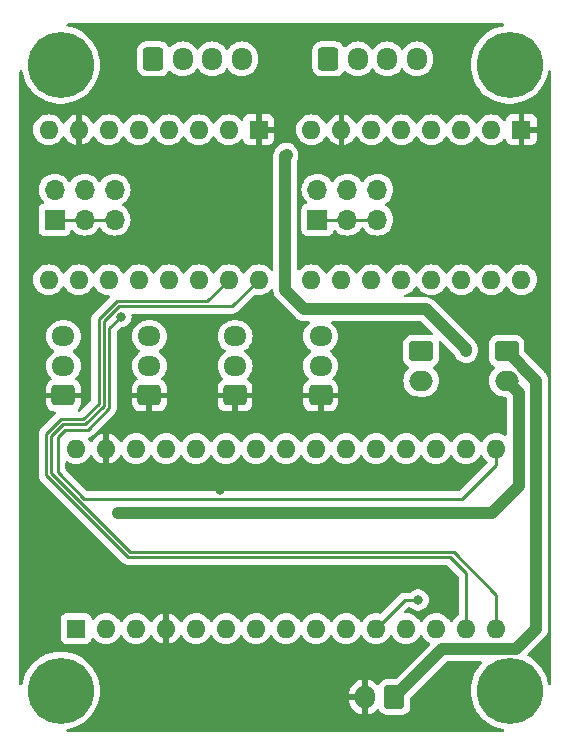
<source format=gbr>
%TF.GenerationSoftware,KiCad,Pcbnew,7.0.1-0*%
%TF.CreationDate,2024-10-14T15:01:22+02:00*%
%TF.ProjectId,SerialControllerBoard,53657269-616c-4436-9f6e-74726f6c6c65,rev?*%
%TF.SameCoordinates,Original*%
%TF.FileFunction,Copper,L2,Bot*%
%TF.FilePolarity,Positive*%
%FSLAX46Y46*%
G04 Gerber Fmt 4.6, Leading zero omitted, Abs format (unit mm)*
G04 Created by KiCad (PCBNEW 7.0.1-0) date 2024-10-14 15:01:22*
%MOMM*%
%LPD*%
G01*
G04 APERTURE LIST*
G04 Aperture macros list*
%AMRoundRect*
0 Rectangle with rounded corners*
0 $1 Rounding radius*
0 $2 $3 $4 $5 $6 $7 $8 $9 X,Y pos of 4 corners*
0 Add a 4 corners polygon primitive as box body*
4,1,4,$2,$3,$4,$5,$6,$7,$8,$9,$2,$3,0*
0 Add four circle primitives for the rounded corners*
1,1,$1+$1,$2,$3*
1,1,$1+$1,$4,$5*
1,1,$1+$1,$6,$7*
1,1,$1+$1,$8,$9*
0 Add four rect primitives between the rounded corners*
20,1,$1+$1,$2,$3,$4,$5,0*
20,1,$1+$1,$4,$5,$6,$7,0*
20,1,$1+$1,$6,$7,$8,$9,0*
20,1,$1+$1,$8,$9,$2,$3,0*%
G04 Aperture macros list end*
%TA.AperFunction,ComponentPad*%
%ADD10RoundRect,0.250000X-0.600000X-0.725000X0.600000X-0.725000X0.600000X0.725000X-0.600000X0.725000X0*%
%TD*%
%TA.AperFunction,ComponentPad*%
%ADD11O,1.700000X1.950000*%
%TD*%
%TA.AperFunction,ComponentPad*%
%ADD12C,5.600000*%
%TD*%
%TA.AperFunction,ComponentPad*%
%ADD13R,1.700000X1.700000*%
%TD*%
%TA.AperFunction,ComponentPad*%
%ADD14O,1.700000X1.700000*%
%TD*%
%TA.AperFunction,ComponentPad*%
%ADD15RoundRect,0.250000X0.725000X-0.600000X0.725000X0.600000X-0.725000X0.600000X-0.725000X-0.600000X0*%
%TD*%
%TA.AperFunction,ComponentPad*%
%ADD16O,1.950000X1.700000*%
%TD*%
%TA.AperFunction,ComponentPad*%
%ADD17RoundRect,0.250000X-0.750000X0.600000X-0.750000X-0.600000X0.750000X-0.600000X0.750000X0.600000X0*%
%TD*%
%TA.AperFunction,ComponentPad*%
%ADD18O,2.000000X1.700000*%
%TD*%
%TA.AperFunction,ComponentPad*%
%ADD19R,1.600000X1.600000*%
%TD*%
%TA.AperFunction,ComponentPad*%
%ADD20O,1.600000X1.600000*%
%TD*%
%TA.AperFunction,ComponentPad*%
%ADD21RoundRect,0.250000X0.600000X0.750000X-0.600000X0.750000X-0.600000X-0.750000X0.600000X-0.750000X0*%
%TD*%
%TA.AperFunction,ComponentPad*%
%ADD22O,1.700000X2.000000*%
%TD*%
%TA.AperFunction,ViaPad*%
%ADD23C,0.800000*%
%TD*%
%TA.AperFunction,Conductor*%
%ADD24C,0.250000*%
%TD*%
%TA.AperFunction,Conductor*%
%ADD25C,1.000000*%
%TD*%
G04 APERTURE END LIST*
D10*
%TO.P,J10,1,Pin_1*%
%TO.N,Net-(A2-2B)*%
X131320000Y-43000000D03*
D11*
%TO.P,J10,2,Pin_2*%
%TO.N,Net-(A2-2A)*%
X133820000Y-43000000D03*
%TO.P,J10,3,Pin_3*%
%TO.N,Net-(A2-1A)*%
X136320000Y-43000000D03*
%TO.P,J10,4,Pin_4*%
%TO.N,Net-(A2-1B)*%
X138820000Y-43000000D03*
%TD*%
D12*
%TO.P,H1,1*%
%TO.N,N/C*%
X123500000Y-43500000D03*
%TD*%
D13*
%TO.P,J8,1,Pin_1*%
%TO.N,+5V*%
X122975000Y-56615000D03*
D14*
%TO.P,J8,2,Pin_2*%
%TO.N,Net-(A2-MS1)*%
X122975000Y-54075000D03*
%TO.P,J8,3,Pin_3*%
%TO.N,+5V*%
X125515000Y-56615000D03*
%TO.P,J8,4,Pin_4*%
%TO.N,Net-(A2-MS2)*%
X125515000Y-54075000D03*
%TO.P,J8,5,Pin_5*%
%TO.N,+5V*%
X128055000Y-56615000D03*
%TO.P,J8,6,Pin_6*%
%TO.N,Net-(A2-MS3)*%
X128055000Y-54075000D03*
%TD*%
D15*
%TO.P,J5,1,Pin_1*%
%TO.N,GND*%
X123725000Y-71500000D03*
D16*
%TO.P,J5,2,Pin_2*%
%TO.N,+5V*%
X123725000Y-69000000D03*
%TO.P,J5,3,Pin_3*%
%TO.N,mag-sensor*%
X123725000Y-66500000D03*
%TD*%
D12*
%TO.P,H2,1*%
%TO.N,N/C*%
X161500000Y-43500000D03*
%TD*%
D10*
%TO.P,J11,1,Pin_1*%
%TO.N,Net-(A3-2B)*%
X146150000Y-43000000D03*
D11*
%TO.P,J11,2,Pin_2*%
%TO.N,Net-(A3-2A)*%
X148650000Y-43000000D03*
%TO.P,J11,3,Pin_3*%
%TO.N,Net-(A3-1A)*%
X151150000Y-43000000D03*
%TO.P,J11,4,Pin_4*%
%TO.N,Net-(A3-1B)*%
X153650000Y-43000000D03*
%TD*%
D17*
%TO.P,J6,1,Pin_1*%
%TO.N,VCC*%
X161250000Y-67750000D03*
D18*
%TO.P,J6,2,Pin_2*%
%TO.N,Net-(J6-Pin_2)*%
X161250000Y-70250000D03*
%TD*%
D15*
%TO.P,J4,1,Pin_1*%
%TO.N,GND*%
X131000000Y-71500000D03*
D16*
%TO.P,J4,2,Pin_2*%
%TO.N,+5V*%
X131000000Y-69000000D03*
%TO.P,J4,3,Pin_3*%
%TO.N,endstop-pitch-2*%
X131000000Y-66500000D03*
%TD*%
D19*
%TO.P,A1,1,D1/TX*%
%TO.N,unconnected-(A1-D1{slash}TX-Pad1)*%
X124800000Y-91240000D03*
D20*
%TO.P,A1,2,D0/RX*%
%TO.N,unconnected-(A1-D0{slash}RX-Pad2)*%
X127340000Y-91240000D03*
%TO.P,A1,3,~{RESET}*%
%TO.N,unconnected-(A1-~{RESET}-Pad3)*%
X129880000Y-91240000D03*
%TO.P,A1,4,GND*%
%TO.N,GND*%
X132420000Y-91240000D03*
%TO.P,A1,5,D2*%
%TO.N,unconnected-(A1-D2-Pad5)*%
X134960000Y-91240000D03*
%TO.P,A1,6,D3*%
%TO.N,trigger-primary*%
X137500000Y-91240000D03*
%TO.P,A1,7,D4*%
%TO.N,trigger-secondary*%
X140040000Y-91240000D03*
%TO.P,A1,8,D5*%
%TO.N,unconnected-(A1-D5-Pad8)*%
X142580000Y-91240000D03*
%TO.P,A1,9,D6*%
%TO.N,pitch-step*%
X145120000Y-91240000D03*
%TO.P,A1,10,D7*%
%TO.N,pitch-dir*%
X147660000Y-91240000D03*
%TO.P,A1,11,D8*%
%TO.N,pitch-enable*%
X150200000Y-91240000D03*
%TO.P,A1,12,D9*%
%TO.N,unconnected-(A1-D9-Pad12)*%
X152740000Y-91240000D03*
%TO.P,A1,13,D10*%
%TO.N,unconnected-(A1-D10-Pad13)*%
X155280000Y-91240000D03*
%TO.P,A1,14,D11*%
%TO.N,yaw-step*%
X157820000Y-91240000D03*
%TO.P,A1,15,D12*%
%TO.N,yaw-dir*%
X160360000Y-91240000D03*
%TO.P,A1,16,D13*%
%TO.N,yaw-enable*%
X160360000Y-76000000D03*
%TO.P,A1,17,3V3*%
%TO.N,unconnected-(A1-3V3-Pad17)*%
X157820000Y-76000000D03*
%TO.P,A1,18,AREF*%
%TO.N,unconnected-(A1-AREF-Pad18)*%
X155280000Y-76000000D03*
%TO.P,A1,19,A0*%
%TO.N,endstop-yaw*%
X152740000Y-76000000D03*
%TO.P,A1,20,A1*%
%TO.N,endstop-pitch-1*%
X150200000Y-76000000D03*
%TO.P,A1,21,A2*%
%TO.N,endstop-pitch-2*%
X147660000Y-76000000D03*
%TO.P,A1,22,A3*%
%TO.N,mag-sensor*%
X145120000Y-76000000D03*
%TO.P,A1,23,A4*%
%TO.N,unconnected-(A1-A4-Pad23)*%
X142580000Y-76000000D03*
%TO.P,A1,24,A5*%
%TO.N,unconnected-(A1-A5-Pad24)*%
X140040000Y-76000000D03*
%TO.P,A1,25,A6*%
%TO.N,unconnected-(A1-A6-Pad25)*%
X137500000Y-76000000D03*
%TO.P,A1,26,A7*%
%TO.N,unconnected-(A1-A7-Pad26)*%
X134960000Y-76000000D03*
%TO.P,A1,27,+5V*%
%TO.N,+5V*%
X132420000Y-76000000D03*
%TO.P,A1,28,~{RESET}*%
%TO.N,unconnected-(A1-~{RESET}-Pad28)*%
X129880000Y-76000000D03*
%TO.P,A1,29,GND*%
%TO.N,GND*%
X127340000Y-76000000D03*
%TO.P,A1,30,VIN*%
%TO.N,unconnected-(A1-VIN-Pad30)*%
X124800000Y-76000000D03*
%TD*%
D12*
%TO.P,H4,1*%
%TO.N,N/C*%
X161500000Y-96500000D03*
%TD*%
D19*
%TO.P,A2,1,GND*%
%TO.N,GND*%
X140250000Y-49000000D03*
D20*
%TO.P,A2,2,VDD*%
%TO.N,+5V*%
X137710000Y-49000000D03*
%TO.P,A2,3,1B*%
%TO.N,Net-(A2-1B)*%
X135170000Y-49000000D03*
%TO.P,A2,4,1A*%
%TO.N,Net-(A2-1A)*%
X132630000Y-49000000D03*
%TO.P,A2,5,2A*%
%TO.N,Net-(A2-2A)*%
X130090000Y-49000000D03*
%TO.P,A2,6,2B*%
%TO.N,Net-(A2-2B)*%
X127550000Y-49000000D03*
%TO.P,A2,7,GND*%
%TO.N,GND*%
X125010000Y-49000000D03*
%TO.P,A2,8,VMOT*%
%TO.N,VCC*%
X122470000Y-49000000D03*
%TO.P,A2,9,~{ENABLE}*%
%TO.N,yaw-enable*%
X122470000Y-61700000D03*
%TO.P,A2,10,MS1*%
%TO.N,Net-(A2-MS1)*%
X125010000Y-61700000D03*
%TO.P,A2,11,MS2*%
%TO.N,Net-(A2-MS2)*%
X127550000Y-61700000D03*
%TO.P,A2,12,MS3*%
%TO.N,Net-(A2-MS3)*%
X130090000Y-61700000D03*
%TO.P,A2,13,~{RESET}*%
%TO.N,Net-(A2-~{RESET})*%
X132630000Y-61700000D03*
%TO.P,A2,14,~{SLEEP}*%
X135170000Y-61700000D03*
%TO.P,A2,15,STEP*%
%TO.N,yaw-step*%
X137710000Y-61700000D03*
%TO.P,A2,16,DIR*%
%TO.N,yaw-dir*%
X140250000Y-61700000D03*
%TD*%
D17*
%TO.P,J7,1,Pin_1*%
%TO.N,VCC*%
X154000000Y-67750000D03*
D18*
%TO.P,J7,2,Pin_2*%
%TO.N,Net-(J7-Pin_2)*%
X154000000Y-70250000D03*
%TD*%
D12*
%TO.P,H3,1*%
%TO.N,N/C*%
X123500000Y-96500000D03*
%TD*%
D21*
%TO.P,J1,1,Pin_1*%
%TO.N,VCC*%
X151750000Y-97025000D03*
D22*
%TO.P,J1,2,Pin_2*%
%TO.N,GND*%
X149250000Y-97025000D03*
%TD*%
D15*
%TO.P,J2,1,Pin_1*%
%TO.N,GND*%
X145500000Y-71500000D03*
D16*
%TO.P,J2,2,Pin_2*%
%TO.N,+5V*%
X145500000Y-69000000D03*
%TO.P,J2,3,Pin_3*%
%TO.N,endstop-yaw*%
X145500000Y-66500000D03*
%TD*%
D13*
%TO.P,J9,1,Pin_1*%
%TO.N,+5V*%
X145225000Y-56615000D03*
D14*
%TO.P,J9,2,Pin_2*%
%TO.N,Net-(A3-MS1)*%
X145225000Y-54075000D03*
%TO.P,J9,3,Pin_3*%
%TO.N,+5V*%
X147765000Y-56615000D03*
%TO.P,J9,4,Pin_4*%
%TO.N,Net-(A3-MS2)*%
X147765000Y-54075000D03*
%TO.P,J9,5,Pin_5*%
%TO.N,+5V*%
X150305000Y-56615000D03*
%TO.P,J9,6,Pin_6*%
%TO.N,Net-(A3-MS3)*%
X150305000Y-54075000D03*
%TD*%
D15*
%TO.P,J3,1,Pin_1*%
%TO.N,GND*%
X138250000Y-71500000D03*
D16*
%TO.P,J3,2,Pin_2*%
%TO.N,+5V*%
X138250000Y-69000000D03*
%TO.P,J3,3,Pin_3*%
%TO.N,endstop-pitch-1*%
X138250000Y-66500000D03*
%TD*%
D19*
%TO.P,A3,1,GND*%
%TO.N,GND*%
X162500000Y-49000000D03*
D20*
%TO.P,A3,2,VDD*%
%TO.N,+5V*%
X159960000Y-49000000D03*
%TO.P,A3,3,1B*%
%TO.N,Net-(A3-1B)*%
X157420000Y-49000000D03*
%TO.P,A3,4,1A*%
%TO.N,Net-(A3-1A)*%
X154880000Y-49000000D03*
%TO.P,A3,5,2A*%
%TO.N,Net-(A3-2A)*%
X152340000Y-49000000D03*
%TO.P,A3,6,2B*%
%TO.N,Net-(A3-2B)*%
X149800000Y-49000000D03*
%TO.P,A3,7,GND*%
%TO.N,GND*%
X147260000Y-49000000D03*
%TO.P,A3,8,VMOT*%
%TO.N,VCC*%
X144720000Y-49000000D03*
%TO.P,A3,9,~{ENABLE}*%
%TO.N,pitch-enable*%
X144720000Y-61700000D03*
%TO.P,A3,10,MS1*%
%TO.N,Net-(A3-MS1)*%
X147260000Y-61700000D03*
%TO.P,A3,11,MS2*%
%TO.N,Net-(A3-MS2)*%
X149800000Y-61700000D03*
%TO.P,A3,12,MS3*%
%TO.N,Net-(A3-MS3)*%
X152340000Y-61700000D03*
%TO.P,A3,13,~{RESET}*%
%TO.N,Net-(A3-~{RESET})*%
X154880000Y-61700000D03*
%TO.P,A3,14,~{SLEEP}*%
X157420000Y-61700000D03*
%TO.P,A3,15,STEP*%
%TO.N,pitch-step*%
X159960000Y-61700000D03*
%TO.P,A3,16,DIR*%
%TO.N,pitch-dir*%
X162500000Y-61700000D03*
%TD*%
D23*
%TO.N,GND*%
X134300000Y-55300000D03*
X137000000Y-88600000D03*
X142700000Y-87800000D03*
X137000000Y-79500000D03*
X125100000Y-87700000D03*
X150200000Y-87700000D03*
X156800000Y-55300000D03*
X132700000Y-87700000D03*
%TO.N,pitch-enable*%
X153750000Y-88825500D03*
%TO.N,yaw-enable*%
X128580497Y-64830497D03*
%TO.N,VCC*%
X142610000Y-51110000D03*
X157800000Y-67750000D03*
%TO.N,Net-(J6-Pin_2)*%
X128300000Y-81425000D03*
%TD*%
D24*
%TO.N,pitch-enable*%
X153750000Y-88825500D02*
X152614500Y-88825500D01*
X152614500Y-88825500D02*
X150200000Y-91240000D01*
%TO.N,yaw-step*%
X137710000Y-61700000D02*
X135910000Y-63500000D01*
X135910000Y-63500000D02*
X128250000Y-63500000D01*
X126700000Y-72186396D02*
X125386396Y-73500000D01*
X122250000Y-78275305D02*
X129174695Y-85200000D01*
X126700000Y-65050000D02*
X126700000Y-72186396D01*
X129174695Y-85200000D02*
X156450000Y-85200000D01*
X123500000Y-73500000D02*
X122250000Y-74750000D01*
X122250000Y-74750000D02*
X122250000Y-78275305D01*
X156450000Y-85200000D02*
X157820000Y-86570000D01*
X125386396Y-73500000D02*
X123500000Y-73500000D01*
X128250000Y-63500000D02*
X126700000Y-65050000D01*
X157820000Y-86570000D02*
X157820000Y-91240000D01*
%TO.N,yaw-dir*%
X128436396Y-63950000D02*
X127150000Y-65236396D01*
X160360000Y-88360000D02*
X160360000Y-91240000D01*
X122700000Y-74936396D02*
X122700000Y-78088909D01*
X138000000Y-63950000D02*
X128436396Y-63950000D01*
X140250000Y-61700000D02*
X138000000Y-63950000D01*
X122700000Y-78088909D02*
X129361091Y-84750000D01*
X125572792Y-73950000D02*
X123686396Y-73950000D01*
X127150000Y-72372792D02*
X125572792Y-73950000D01*
X129361091Y-84750000D02*
X156750000Y-84750000D01*
X156750000Y-84750000D02*
X160360000Y-88360000D01*
X127150000Y-65236396D02*
X127150000Y-72372792D01*
X123686396Y-73950000D02*
X122700000Y-74936396D01*
%TO.N,yaw-enable*%
X125500000Y-80250000D02*
X157500000Y-80250000D01*
X157500000Y-80250000D02*
X160360000Y-77390000D01*
X123261396Y-78011396D02*
X125500000Y-80250000D01*
X128580497Y-64830497D02*
X127600000Y-65810994D01*
X123261396Y-75011396D02*
X123261396Y-78011396D01*
X125759188Y-74400000D02*
X123872792Y-74400000D01*
X123261396Y-75011396D02*
X123236396Y-75036396D01*
X127600000Y-65810994D02*
X127600000Y-72559188D01*
X127600000Y-72559188D02*
X125759188Y-74400000D01*
X123872792Y-74400000D02*
X123261396Y-75011396D01*
X160360000Y-77390000D02*
X160360000Y-76000000D01*
%TO.N,+5V*%
X145225000Y-56615000D02*
X147765000Y-56615000D01*
X122975000Y-56615000D02*
X125515000Y-56615000D01*
X150305000Y-56615000D02*
X147765000Y-56615000D01*
X125515000Y-56615000D02*
X128055000Y-56615000D01*
D25*
%TO.N,VCC*%
X155775000Y-93000000D02*
X162000000Y-93000000D01*
X151750000Y-97025000D02*
X155775000Y-93000000D01*
X157800000Y-67600000D02*
X157800000Y-67750000D01*
X142500000Y-51220000D02*
X142500000Y-62600000D01*
X142610000Y-51110000D02*
X142500000Y-51220000D01*
X162000000Y-93000000D02*
X163750000Y-91250000D01*
X163750000Y-91250000D02*
X163750000Y-70250000D01*
X154400000Y-64200000D02*
X157800000Y-67600000D01*
X142500000Y-62600000D02*
X144100000Y-64200000D01*
X163750000Y-70250000D02*
X161250000Y-67750000D01*
X144100000Y-64200000D02*
X154400000Y-64200000D01*
%TO.N,Net-(J6-Pin_2)*%
X162250000Y-71250000D02*
X161250000Y-70250000D01*
X128300000Y-81425000D02*
X159975000Y-81425000D01*
X159975000Y-81425000D02*
X162250000Y-79150000D01*
X162250000Y-79150000D02*
X162250000Y-71250000D01*
%TD*%
%TA.AperFunction,Conductor*%
%TO.N,GND*%
G36*
X160963036Y-40014945D02*
G01*
X161007586Y-40054913D01*
X161028226Y-40111093D01*
X161020146Y-40170397D01*
X160985229Y-40219008D01*
X160931609Y-40245600D01*
X160858420Y-40261710D01*
X160615728Y-40315131D01*
X160443283Y-40373234D01*
X160276565Y-40429409D01*
X160276562Y-40429410D01*
X160276560Y-40429411D01*
X159951749Y-40579683D01*
X159645081Y-40764199D01*
X159360161Y-40980789D01*
X159100332Y-41226913D01*
X158868636Y-41499686D01*
X158667786Y-41795919D01*
X158500146Y-42112118D01*
X158367674Y-42444598D01*
X158271930Y-42789440D01*
X158214027Y-43142635D01*
X158194651Y-43500000D01*
X158214027Y-43857364D01*
X158271930Y-44210559D01*
X158367674Y-44555401D01*
X158500146Y-44887881D01*
X158667786Y-45204080D01*
X158868636Y-45500313D01*
X159100332Y-45773086D01*
X159360161Y-46019210D01*
X159645081Y-46235800D01*
X159951747Y-46420315D01*
X160276565Y-46570591D01*
X160615726Y-46684868D01*
X160965254Y-46761805D01*
X161286151Y-46796704D01*
X161321051Y-46800500D01*
X161321052Y-46800500D01*
X161678948Y-46800500D01*
X161678949Y-46800500D01*
X161710730Y-46797043D01*
X162034746Y-46761805D01*
X162384274Y-46684868D01*
X162723435Y-46570591D01*
X163048253Y-46420315D01*
X163354919Y-46235800D01*
X163639837Y-46019211D01*
X163899668Y-45773086D01*
X164131365Y-45500311D01*
X164332211Y-45204085D01*
X164424597Y-45029826D01*
X164499853Y-44887881D01*
X164632325Y-44555401D01*
X164728069Y-44210559D01*
X164728068Y-44210559D01*
X164728071Y-44210552D01*
X164753133Y-44057674D01*
X164777466Y-44001808D01*
X164825474Y-43964277D01*
X164885564Y-43954147D01*
X164943223Y-43973865D01*
X164984527Y-44018669D01*
X164999500Y-44077738D01*
X164999500Y-70155597D01*
X164990544Y-70191112D01*
X164999500Y-70224820D01*
X164999500Y-91186534D01*
X164987449Y-91233483D01*
X164999500Y-91279624D01*
X164999500Y-95922262D01*
X164984527Y-95981331D01*
X164943223Y-96026135D01*
X164885564Y-96045853D01*
X164825474Y-96035723D01*
X164777466Y-95998192D01*
X164753133Y-95942325D01*
X164728071Y-95789448D01*
X164703625Y-95701400D01*
X164632325Y-95444598D01*
X164499853Y-95112118D01*
X164332213Y-94795919D01*
X164332211Y-94795915D01*
X164131365Y-94499689D01*
X164131363Y-94499686D01*
X163899667Y-94226913D01*
X163639838Y-93980789D01*
X163470697Y-93852212D01*
X163354919Y-93764200D01*
X163051165Y-93581437D01*
X163011068Y-93542675D01*
X162992014Y-93490262D01*
X162997856Y-93434799D01*
X163027411Y-93387508D01*
X164447409Y-91967510D01*
X164449579Y-91965394D01*
X164513053Y-91905059D01*
X164546765Y-91856622D01*
X164552408Y-91849138D01*
X164589698Y-91803407D01*
X164603786Y-91776435D01*
X164611911Y-91763024D01*
X164629295Y-91738049D01*
X164652568Y-91683815D01*
X164656598Y-91675331D01*
X164675645Y-91638870D01*
X164683909Y-91623049D01*
X164692278Y-91593797D01*
X164697534Y-91579032D01*
X164709540Y-91551058D01*
X164721418Y-91493256D01*
X164723651Y-91484156D01*
X164739887Y-91427418D01*
X164742197Y-91397077D01*
X164744376Y-91381535D01*
X164750500Y-91351741D01*
X164750500Y-91292757D01*
X164750858Y-91283342D01*
X164751858Y-91270209D01*
X164764690Y-91232922D01*
X164752494Y-91202200D01*
X164751494Y-91194348D01*
X164750500Y-91178682D01*
X164750500Y-70264279D01*
X164750540Y-70261138D01*
X164751540Y-70221679D01*
X164760146Y-70192305D01*
X164753445Y-70177474D01*
X164742350Y-70115574D01*
X164741041Y-70106242D01*
X164735074Y-70047562D01*
X164725962Y-70018520D01*
X164722226Y-70003297D01*
X164716858Y-69973347D01*
X164694976Y-69918566D01*
X164691816Y-69909689D01*
X164674159Y-69853412D01*
X164659395Y-69826812D01*
X164652660Y-69812631D01*
X164642157Y-69786336D01*
X164641377Y-69784383D01*
X164608917Y-69735131D01*
X164604036Y-69727074D01*
X164576703Y-69677830D01*
X164575409Y-69675498D01*
X164555582Y-69652403D01*
X164546146Y-69639888D01*
X164529402Y-69614481D01*
X164529400Y-69614479D01*
X164529399Y-69614477D01*
X164487693Y-69572772D01*
X164481287Y-69565860D01*
X164442864Y-69521102D01*
X164418804Y-69502478D01*
X164407026Y-69492105D01*
X163607980Y-68693059D01*
X162786817Y-67871897D01*
X162759938Y-67831670D01*
X162750499Y-67784217D01*
X162750499Y-67099991D01*
X162739999Y-66997203D01*
X162728885Y-66963663D01*
X162684814Y-66830666D01*
X162592712Y-66681344D01*
X162592711Y-66681342D01*
X162468657Y-66557288D01*
X162319334Y-66465186D01*
X162152797Y-66410000D01*
X162050009Y-66399500D01*
X160449991Y-66399500D01*
X160347203Y-66410000D01*
X160180665Y-66465186D01*
X160031342Y-66557288D01*
X159907288Y-66681342D01*
X159815186Y-66830665D01*
X159760000Y-66997202D01*
X159749500Y-67099990D01*
X159749500Y-68400008D01*
X159760000Y-68502796D01*
X159815186Y-68669334D01*
X159907288Y-68818657D01*
X160031342Y-68942711D01*
X160186120Y-69038178D01*
X160225604Y-69077091D01*
X160244185Y-69129321D01*
X160238151Y-69184428D01*
X160208706Y-69231397D01*
X160061505Y-69378599D01*
X159927880Y-69569436D01*
X159925964Y-69572172D01*
X159826097Y-69786337D01*
X159764936Y-70014592D01*
X159744340Y-70250000D01*
X159764936Y-70485407D01*
X159826096Y-70713662D01*
X159826097Y-70713663D01*
X159925965Y-70927829D01*
X160061505Y-71121401D01*
X160228599Y-71288495D01*
X160422171Y-71424035D01*
X160636337Y-71523903D01*
X160864591Y-71585062D01*
X160864592Y-71585063D01*
X161041032Y-71600500D01*
X161041034Y-71600500D01*
X161125500Y-71600500D01*
X161187500Y-71617113D01*
X161232887Y-71662500D01*
X161249500Y-71724500D01*
X161249500Y-74797015D01*
X161231509Y-74861343D01*
X161182757Y-74907004D01*
X161117391Y-74920750D01*
X161054378Y-74898591D01*
X161012734Y-74869432D01*
X160806497Y-74773261D01*
X160586689Y-74714364D01*
X160360000Y-74694531D01*
X160133310Y-74714364D01*
X159913502Y-74773261D01*
X159707264Y-74869432D01*
X159520859Y-74999953D01*
X159359953Y-75160859D01*
X159229433Y-75347263D01*
X159202382Y-75405275D01*
X159156625Y-75457450D01*
X159090000Y-75476869D01*
X159023375Y-75457450D01*
X158977618Y-75405275D01*
X158950687Y-75347522D01*
X158950568Y-75347266D01*
X158850749Y-75204708D01*
X158820046Y-75160859D01*
X158659140Y-74999953D01*
X158472735Y-74869432D01*
X158266497Y-74773261D01*
X158046689Y-74714364D01*
X157820000Y-74694531D01*
X157593310Y-74714364D01*
X157373502Y-74773261D01*
X157167264Y-74869432D01*
X156980859Y-74999953D01*
X156819953Y-75160859D01*
X156689433Y-75347263D01*
X156662382Y-75405275D01*
X156616625Y-75457450D01*
X156550000Y-75476869D01*
X156483375Y-75457450D01*
X156437618Y-75405275D01*
X156410687Y-75347522D01*
X156410568Y-75347266D01*
X156310749Y-75204708D01*
X156280046Y-75160859D01*
X156119140Y-74999953D01*
X155932735Y-74869432D01*
X155726497Y-74773261D01*
X155506689Y-74714364D01*
X155280000Y-74694531D01*
X155053310Y-74714364D01*
X154833502Y-74773261D01*
X154627264Y-74869432D01*
X154440859Y-74999953D01*
X154279953Y-75160859D01*
X154149433Y-75347263D01*
X154122382Y-75405275D01*
X154076625Y-75457450D01*
X154010000Y-75476869D01*
X153943375Y-75457450D01*
X153897618Y-75405275D01*
X153870687Y-75347522D01*
X153870568Y-75347266D01*
X153770749Y-75204708D01*
X153740046Y-75160859D01*
X153579140Y-74999953D01*
X153392735Y-74869432D01*
X153186497Y-74773261D01*
X152966689Y-74714364D01*
X152740000Y-74694531D01*
X152513310Y-74714364D01*
X152293502Y-74773261D01*
X152087264Y-74869432D01*
X151900859Y-74999953D01*
X151739953Y-75160859D01*
X151609433Y-75347263D01*
X151582382Y-75405275D01*
X151536625Y-75457450D01*
X151470000Y-75476869D01*
X151403375Y-75457450D01*
X151357618Y-75405275D01*
X151330687Y-75347522D01*
X151330568Y-75347266D01*
X151230749Y-75204708D01*
X151200046Y-75160859D01*
X151039140Y-74999953D01*
X150852735Y-74869432D01*
X150646497Y-74773261D01*
X150426689Y-74714364D01*
X150200000Y-74694531D01*
X149973310Y-74714364D01*
X149753502Y-74773261D01*
X149547264Y-74869432D01*
X149360859Y-74999953D01*
X149199953Y-75160859D01*
X149069433Y-75347263D01*
X149042382Y-75405275D01*
X148996625Y-75457450D01*
X148930000Y-75476869D01*
X148863375Y-75457450D01*
X148817618Y-75405275D01*
X148790687Y-75347522D01*
X148790568Y-75347266D01*
X148690749Y-75204708D01*
X148660046Y-75160859D01*
X148499140Y-74999953D01*
X148312735Y-74869432D01*
X148106497Y-74773261D01*
X147886689Y-74714364D01*
X147660000Y-74694531D01*
X147433310Y-74714364D01*
X147213502Y-74773261D01*
X147007264Y-74869432D01*
X146820859Y-74999953D01*
X146659953Y-75160859D01*
X146529433Y-75347263D01*
X146502382Y-75405275D01*
X146456625Y-75457450D01*
X146390000Y-75476869D01*
X146323375Y-75457450D01*
X146277618Y-75405275D01*
X146250687Y-75347522D01*
X146250568Y-75347266D01*
X146150749Y-75204708D01*
X146120046Y-75160859D01*
X145959140Y-74999953D01*
X145772735Y-74869432D01*
X145566497Y-74773261D01*
X145346689Y-74714364D01*
X145120000Y-74694531D01*
X144893310Y-74714364D01*
X144673502Y-74773261D01*
X144467264Y-74869432D01*
X144280859Y-74999953D01*
X144119953Y-75160859D01*
X143989433Y-75347263D01*
X143962382Y-75405275D01*
X143916625Y-75457450D01*
X143850000Y-75476869D01*
X143783375Y-75457450D01*
X143737618Y-75405275D01*
X143710687Y-75347522D01*
X143710568Y-75347266D01*
X143610749Y-75204708D01*
X143580046Y-75160859D01*
X143419140Y-74999953D01*
X143232735Y-74869432D01*
X143026497Y-74773261D01*
X142806689Y-74714364D01*
X142580000Y-74694531D01*
X142353310Y-74714364D01*
X142133502Y-74773261D01*
X141927264Y-74869432D01*
X141740859Y-74999953D01*
X141579953Y-75160859D01*
X141449433Y-75347263D01*
X141422382Y-75405275D01*
X141376625Y-75457450D01*
X141310000Y-75476869D01*
X141243375Y-75457450D01*
X141197618Y-75405275D01*
X141170687Y-75347522D01*
X141170568Y-75347266D01*
X141070749Y-75204708D01*
X141040046Y-75160859D01*
X140879140Y-74999953D01*
X140692735Y-74869432D01*
X140486497Y-74773261D01*
X140266689Y-74714364D01*
X140040000Y-74694531D01*
X139813310Y-74714364D01*
X139593502Y-74773261D01*
X139387264Y-74869432D01*
X139200859Y-74999953D01*
X139039953Y-75160859D01*
X138909433Y-75347263D01*
X138882382Y-75405275D01*
X138836625Y-75457450D01*
X138770000Y-75476869D01*
X138703375Y-75457450D01*
X138657618Y-75405275D01*
X138630687Y-75347522D01*
X138630568Y-75347266D01*
X138530749Y-75204708D01*
X138500046Y-75160859D01*
X138339140Y-74999953D01*
X138152735Y-74869432D01*
X137946497Y-74773261D01*
X137726689Y-74714364D01*
X137500000Y-74694531D01*
X137273310Y-74714364D01*
X137053502Y-74773261D01*
X136847264Y-74869432D01*
X136660859Y-74999953D01*
X136499953Y-75160859D01*
X136369433Y-75347263D01*
X136342382Y-75405275D01*
X136296625Y-75457450D01*
X136230000Y-75476869D01*
X136163375Y-75457450D01*
X136117618Y-75405275D01*
X136090687Y-75347522D01*
X136090568Y-75347266D01*
X135990749Y-75204708D01*
X135960046Y-75160859D01*
X135799140Y-74999953D01*
X135612735Y-74869432D01*
X135406497Y-74773261D01*
X135186689Y-74714364D01*
X134960000Y-74694531D01*
X134733310Y-74714364D01*
X134513502Y-74773261D01*
X134307264Y-74869432D01*
X134120859Y-74999953D01*
X133959953Y-75160859D01*
X133829433Y-75347263D01*
X133802382Y-75405275D01*
X133756625Y-75457450D01*
X133690000Y-75476869D01*
X133623375Y-75457450D01*
X133577618Y-75405275D01*
X133550687Y-75347522D01*
X133550568Y-75347266D01*
X133450749Y-75204708D01*
X133420046Y-75160859D01*
X133259140Y-74999953D01*
X133072735Y-74869432D01*
X132866497Y-74773261D01*
X132646689Y-74714364D01*
X132420000Y-74694531D01*
X132193310Y-74714364D01*
X131973502Y-74773261D01*
X131767264Y-74869432D01*
X131580859Y-74999953D01*
X131419953Y-75160859D01*
X131289433Y-75347263D01*
X131262382Y-75405275D01*
X131216625Y-75457450D01*
X131150000Y-75476869D01*
X131083375Y-75457450D01*
X131037618Y-75405275D01*
X131010687Y-75347522D01*
X131010568Y-75347266D01*
X130910749Y-75204708D01*
X130880046Y-75160859D01*
X130719140Y-74999953D01*
X130532735Y-74869432D01*
X130326497Y-74773261D01*
X130106689Y-74714364D01*
X129880000Y-74694531D01*
X129653310Y-74714364D01*
X129433502Y-74773261D01*
X129227264Y-74869432D01*
X129040859Y-74999953D01*
X128879953Y-75160859D01*
X128749430Y-75347267D01*
X128722105Y-75405866D01*
X128676348Y-75458041D01*
X128609723Y-75477460D01*
X128543099Y-75458040D01*
X128497342Y-75405865D01*
X128470134Y-75347519D01*
X128339658Y-75161180D01*
X128178819Y-75000341D01*
X127992480Y-74869865D01*
X127786326Y-74773733D01*
X127590000Y-74721128D01*
X127590000Y-77278871D01*
X127786326Y-77226266D01*
X127992480Y-77130134D01*
X128178819Y-76999658D01*
X128339658Y-76838819D01*
X128470135Y-76652479D01*
X128497342Y-76594135D01*
X128543098Y-76541959D01*
X128609723Y-76522539D01*
X128676348Y-76541958D01*
X128722105Y-76594132D01*
X128749432Y-76652733D01*
X128749433Y-76652736D01*
X128879953Y-76839140D01*
X129040859Y-77000046D01*
X129227264Y-77130567D01*
X129227265Y-77130567D01*
X129227266Y-77130568D01*
X129433504Y-77226739D01*
X129653308Y-77285635D01*
X129880000Y-77305468D01*
X130106692Y-77285635D01*
X130326496Y-77226739D01*
X130532734Y-77130568D01*
X130719139Y-77000047D01*
X130880047Y-76839139D01*
X131010568Y-76652734D01*
X131037618Y-76594724D01*
X131083375Y-76542549D01*
X131150000Y-76523129D01*
X131216625Y-76542549D01*
X131262382Y-76594725D01*
X131289431Y-76652733D01*
X131419953Y-76839140D01*
X131580859Y-77000046D01*
X131767264Y-77130567D01*
X131767265Y-77130567D01*
X131767266Y-77130568D01*
X131973504Y-77226739D01*
X132193308Y-77285635D01*
X132420000Y-77305468D01*
X132646692Y-77285635D01*
X132866496Y-77226739D01*
X133072734Y-77130568D01*
X133259139Y-77000047D01*
X133420047Y-76839139D01*
X133550568Y-76652734D01*
X133577618Y-76594724D01*
X133623375Y-76542549D01*
X133690000Y-76523129D01*
X133756625Y-76542549D01*
X133802382Y-76594725D01*
X133829431Y-76652733D01*
X133959953Y-76839140D01*
X134120859Y-77000046D01*
X134307264Y-77130567D01*
X134307265Y-77130567D01*
X134307266Y-77130568D01*
X134513504Y-77226739D01*
X134733308Y-77285635D01*
X134960000Y-77305468D01*
X135186692Y-77285635D01*
X135406496Y-77226739D01*
X135612734Y-77130568D01*
X135799139Y-77000047D01*
X135960047Y-76839139D01*
X136090568Y-76652734D01*
X136117618Y-76594724D01*
X136163375Y-76542549D01*
X136230000Y-76523129D01*
X136296625Y-76542549D01*
X136342382Y-76594725D01*
X136369431Y-76652733D01*
X136499953Y-76839140D01*
X136660859Y-77000046D01*
X136847264Y-77130567D01*
X136847265Y-77130567D01*
X136847266Y-77130568D01*
X137053504Y-77226739D01*
X137273308Y-77285635D01*
X137500000Y-77305468D01*
X137726692Y-77285635D01*
X137946496Y-77226739D01*
X138152734Y-77130568D01*
X138339139Y-77000047D01*
X138500047Y-76839139D01*
X138630568Y-76652734D01*
X138657618Y-76594724D01*
X138703375Y-76542549D01*
X138770000Y-76523129D01*
X138836625Y-76542549D01*
X138882382Y-76594725D01*
X138909431Y-76652733D01*
X139039953Y-76839140D01*
X139200859Y-77000046D01*
X139387264Y-77130567D01*
X139387265Y-77130567D01*
X139387266Y-77130568D01*
X139593504Y-77226739D01*
X139813308Y-77285635D01*
X140040000Y-77305468D01*
X140266692Y-77285635D01*
X140486496Y-77226739D01*
X140692734Y-77130568D01*
X140879139Y-77000047D01*
X141040047Y-76839139D01*
X141170568Y-76652734D01*
X141197618Y-76594724D01*
X141243375Y-76542549D01*
X141310000Y-76523129D01*
X141376625Y-76542549D01*
X141422382Y-76594725D01*
X141449431Y-76652733D01*
X141579953Y-76839140D01*
X141740859Y-77000046D01*
X141927264Y-77130567D01*
X141927265Y-77130567D01*
X141927266Y-77130568D01*
X142133504Y-77226739D01*
X142353308Y-77285635D01*
X142580000Y-77305468D01*
X142806692Y-77285635D01*
X143026496Y-77226739D01*
X143232734Y-77130568D01*
X143419139Y-77000047D01*
X143580047Y-76839139D01*
X143710568Y-76652734D01*
X143737618Y-76594724D01*
X143783375Y-76542549D01*
X143850000Y-76523129D01*
X143916625Y-76542549D01*
X143962382Y-76594725D01*
X143989431Y-76652733D01*
X144119953Y-76839140D01*
X144280859Y-77000046D01*
X144467264Y-77130567D01*
X144467265Y-77130567D01*
X144467266Y-77130568D01*
X144673504Y-77226739D01*
X144893308Y-77285635D01*
X145120000Y-77305468D01*
X145346692Y-77285635D01*
X145566496Y-77226739D01*
X145772734Y-77130568D01*
X145959139Y-77000047D01*
X146120047Y-76839139D01*
X146250568Y-76652734D01*
X146277618Y-76594724D01*
X146323375Y-76542549D01*
X146390000Y-76523129D01*
X146456625Y-76542549D01*
X146502382Y-76594725D01*
X146529431Y-76652733D01*
X146659953Y-76839140D01*
X146820859Y-77000046D01*
X147007264Y-77130567D01*
X147007265Y-77130567D01*
X147007266Y-77130568D01*
X147213504Y-77226739D01*
X147433308Y-77285635D01*
X147660000Y-77305468D01*
X147886692Y-77285635D01*
X148106496Y-77226739D01*
X148312734Y-77130568D01*
X148499139Y-77000047D01*
X148660047Y-76839139D01*
X148790568Y-76652734D01*
X148817618Y-76594724D01*
X148863375Y-76542549D01*
X148930000Y-76523129D01*
X148996625Y-76542549D01*
X149042382Y-76594725D01*
X149069431Y-76652733D01*
X149199953Y-76839140D01*
X149360859Y-77000046D01*
X149547264Y-77130567D01*
X149547265Y-77130567D01*
X149547266Y-77130568D01*
X149753504Y-77226739D01*
X149973308Y-77285635D01*
X150200000Y-77305468D01*
X150426692Y-77285635D01*
X150646496Y-77226739D01*
X150852734Y-77130568D01*
X151039139Y-77000047D01*
X151200047Y-76839139D01*
X151330568Y-76652734D01*
X151357618Y-76594724D01*
X151403375Y-76542549D01*
X151470000Y-76523129D01*
X151536625Y-76542549D01*
X151582382Y-76594725D01*
X151609431Y-76652733D01*
X151739953Y-76839140D01*
X151900859Y-77000046D01*
X152087264Y-77130567D01*
X152087265Y-77130567D01*
X152087266Y-77130568D01*
X152293504Y-77226739D01*
X152513308Y-77285635D01*
X152740000Y-77305468D01*
X152966692Y-77285635D01*
X153186496Y-77226739D01*
X153392734Y-77130568D01*
X153579139Y-77000047D01*
X153740047Y-76839139D01*
X153870568Y-76652734D01*
X153897618Y-76594724D01*
X153943375Y-76542549D01*
X154010000Y-76523129D01*
X154076625Y-76542549D01*
X154122382Y-76594725D01*
X154149431Y-76652733D01*
X154279953Y-76839140D01*
X154440859Y-77000046D01*
X154627264Y-77130567D01*
X154627265Y-77130567D01*
X154627266Y-77130568D01*
X154833504Y-77226739D01*
X155053308Y-77285635D01*
X155280000Y-77305468D01*
X155506692Y-77285635D01*
X155726496Y-77226739D01*
X155932734Y-77130568D01*
X156119139Y-77000047D01*
X156280047Y-76839139D01*
X156410568Y-76652734D01*
X156437618Y-76594724D01*
X156483375Y-76542549D01*
X156550000Y-76523129D01*
X156616625Y-76542549D01*
X156662382Y-76594725D01*
X156689431Y-76652733D01*
X156819953Y-76839140D01*
X156980859Y-77000046D01*
X157167264Y-77130567D01*
X157167265Y-77130567D01*
X157167266Y-77130568D01*
X157373504Y-77226739D01*
X157593308Y-77285635D01*
X157820000Y-77305468D01*
X158046692Y-77285635D01*
X158266496Y-77226739D01*
X158472734Y-77130568D01*
X158659139Y-77000047D01*
X158820047Y-76839139D01*
X158950568Y-76652734D01*
X158977618Y-76594724D01*
X159023375Y-76542549D01*
X159090000Y-76523129D01*
X159156625Y-76542549D01*
X159202382Y-76594725D01*
X159229431Y-76652733D01*
X159359953Y-76839140D01*
X159520859Y-77000046D01*
X159602431Y-77057163D01*
X159638695Y-77096738D01*
X159654836Y-77147930D01*
X159647830Y-77201148D01*
X159618989Y-77246419D01*
X157277228Y-79588181D01*
X157237000Y-79615061D01*
X157189547Y-79624500D01*
X125810453Y-79624500D01*
X125763000Y-79615061D01*
X125722772Y-79588181D01*
X123923215Y-77788624D01*
X123896335Y-77748396D01*
X123886896Y-77700943D01*
X123886896Y-77186457D01*
X123904887Y-77122129D01*
X123953639Y-77076468D01*
X124019006Y-77062722D01*
X124082019Y-77084882D01*
X124147266Y-77130568D01*
X124353504Y-77226739D01*
X124573308Y-77285635D01*
X124800000Y-77305468D01*
X125026692Y-77285635D01*
X125246496Y-77226739D01*
X125452734Y-77130568D01*
X125639139Y-77000047D01*
X125800047Y-76839139D01*
X125930568Y-76652734D01*
X125957893Y-76594134D01*
X126003649Y-76541959D01*
X126070274Y-76522539D01*
X126136899Y-76541958D01*
X126182657Y-76594133D01*
X126209866Y-76652482D01*
X126340341Y-76838819D01*
X126501180Y-76999658D01*
X126687519Y-77130134D01*
X126893673Y-77226266D01*
X127089999Y-77278871D01*
X127090000Y-77278872D01*
X127090000Y-74721128D01*
X127089999Y-74721128D01*
X126893673Y-74773733D01*
X126687519Y-74869865D01*
X126501180Y-75000341D01*
X126340341Y-75161180D01*
X126209863Y-75347522D01*
X126182656Y-75405866D01*
X126136899Y-75458041D01*
X126070274Y-75477460D01*
X126003650Y-75458040D01*
X125957893Y-75405865D01*
X125930567Y-75347264D01*
X125830749Y-75204708D01*
X125808905Y-75145576D01*
X125818958Y-75083344D01*
X125858309Y-75034097D01*
X125901520Y-75016706D01*
X125901412Y-75016432D01*
X125915980Y-75010664D01*
X125956595Y-74994582D01*
X125967632Y-74990803D01*
X126009578Y-74978618D01*
X126026817Y-74968422D01*
X126044290Y-74959862D01*
X126062920Y-74952486D01*
X126098252Y-74926814D01*
X126108018Y-74920400D01*
X126145606Y-74898171D01*
X126145605Y-74898171D01*
X126145608Y-74898170D01*
X126159773Y-74884004D01*
X126174561Y-74871373D01*
X126190775Y-74859594D01*
X126218626Y-74825926D01*
X126226467Y-74817309D01*
X127983789Y-73059988D01*
X127999885Y-73047094D01*
X128001873Y-73044975D01*
X128001877Y-73044974D01*
X128047948Y-72995911D01*
X128050566Y-72993211D01*
X128070120Y-72973659D01*
X128072581Y-72970486D01*
X128080156Y-72961615D01*
X128110062Y-72929770D01*
X128119717Y-72912206D01*
X128130394Y-72895952D01*
X128142673Y-72880124D01*
X128160018Y-72840040D01*
X128165160Y-72829544D01*
X128186197Y-72791280D01*
X128191179Y-72771872D01*
X128197481Y-72753468D01*
X128205437Y-72735084D01*
X128212269Y-72691940D01*
X128214633Y-72680526D01*
X128225500Y-72638207D01*
X128225500Y-72618172D01*
X128227027Y-72598773D01*
X128227068Y-72598509D01*
X128230160Y-72578992D01*
X128226050Y-72535513D01*
X128225500Y-72523844D01*
X128225500Y-71750000D01*
X129525001Y-71750000D01*
X129525001Y-72149979D01*
X129535493Y-72252695D01*
X129590642Y-72419122D01*
X129682683Y-72568345D01*
X129806654Y-72692316D01*
X129955877Y-72784357D01*
X130122303Y-72839506D01*
X130225021Y-72850000D01*
X130750000Y-72850000D01*
X130750000Y-71750000D01*
X131250000Y-71750000D01*
X131250000Y-72849999D01*
X131774979Y-72849999D01*
X131877695Y-72839506D01*
X132044122Y-72784357D01*
X132193345Y-72692316D01*
X132317316Y-72568345D01*
X132409357Y-72419122D01*
X132464506Y-72252696D01*
X132475000Y-72149979D01*
X132475000Y-71750000D01*
X136775001Y-71750000D01*
X136775001Y-72149979D01*
X136785493Y-72252695D01*
X136840642Y-72419122D01*
X136932683Y-72568345D01*
X137056654Y-72692316D01*
X137205877Y-72784357D01*
X137372303Y-72839506D01*
X137475021Y-72850000D01*
X138000000Y-72850000D01*
X138000000Y-71750000D01*
X138500000Y-71750000D01*
X138500000Y-72849999D01*
X139024979Y-72849999D01*
X139127695Y-72839506D01*
X139294122Y-72784357D01*
X139443345Y-72692316D01*
X139567316Y-72568345D01*
X139659357Y-72419122D01*
X139714506Y-72252696D01*
X139725000Y-72149979D01*
X139725000Y-71750000D01*
X144025001Y-71750000D01*
X144025001Y-72149979D01*
X144035493Y-72252695D01*
X144090642Y-72419122D01*
X144182683Y-72568345D01*
X144306654Y-72692316D01*
X144455877Y-72784357D01*
X144622303Y-72839506D01*
X144725021Y-72850000D01*
X145250000Y-72850000D01*
X145250000Y-71750000D01*
X145750000Y-71750000D01*
X145750000Y-72849999D01*
X146274979Y-72849999D01*
X146377695Y-72839506D01*
X146544122Y-72784357D01*
X146693345Y-72692316D01*
X146817316Y-72568345D01*
X146909357Y-72419122D01*
X146964506Y-72252696D01*
X146975000Y-72149979D01*
X146975000Y-71750000D01*
X145750000Y-71750000D01*
X145250000Y-71750000D01*
X144025001Y-71750000D01*
X139725000Y-71750000D01*
X138500000Y-71750000D01*
X138000000Y-71750000D01*
X136775001Y-71750000D01*
X132475000Y-71750000D01*
X131250000Y-71750000D01*
X130750000Y-71750000D01*
X129525001Y-71750000D01*
X128225500Y-71750000D01*
X128225500Y-69000000D01*
X129519340Y-69000000D01*
X129539936Y-69235407D01*
X129601097Y-69463663D01*
X129700965Y-69677829D01*
X129836505Y-69871401D01*
X129984068Y-70018964D01*
X130013513Y-70065934D01*
X130019549Y-70121041D01*
X130000967Y-70173270D01*
X129961484Y-70212184D01*
X129806653Y-70307684D01*
X129682683Y-70431654D01*
X129590642Y-70580877D01*
X129535493Y-70747303D01*
X129525000Y-70850021D01*
X129525000Y-71250000D01*
X132474999Y-71250000D01*
X132474999Y-70850021D01*
X132464506Y-70747304D01*
X132409357Y-70580877D01*
X132317316Y-70431654D01*
X132193346Y-70307684D01*
X132038515Y-70212184D01*
X131999032Y-70173270D01*
X131980450Y-70121041D01*
X131986486Y-70065934D01*
X132015927Y-70018968D01*
X132163495Y-69871401D01*
X132299035Y-69677830D01*
X132398903Y-69463663D01*
X132460063Y-69235408D01*
X132480659Y-69000000D01*
X136769340Y-69000000D01*
X136789936Y-69235407D01*
X136851097Y-69463663D01*
X136950965Y-69677829D01*
X137086505Y-69871401D01*
X137234068Y-70018964D01*
X137263513Y-70065934D01*
X137269549Y-70121041D01*
X137250967Y-70173270D01*
X137211484Y-70212184D01*
X137056653Y-70307684D01*
X136932683Y-70431654D01*
X136840642Y-70580877D01*
X136785493Y-70747303D01*
X136775000Y-70850021D01*
X136775000Y-71250000D01*
X139724999Y-71250000D01*
X139724999Y-70850021D01*
X139714506Y-70747304D01*
X139659357Y-70580877D01*
X139567316Y-70431654D01*
X139443346Y-70307684D01*
X139288515Y-70212184D01*
X139249032Y-70173270D01*
X139230450Y-70121041D01*
X139236486Y-70065934D01*
X139265927Y-70018968D01*
X139413495Y-69871401D01*
X139549035Y-69677830D01*
X139648903Y-69463663D01*
X139710063Y-69235408D01*
X139730659Y-69000000D01*
X139710063Y-68764592D01*
X139648903Y-68536337D01*
X139549035Y-68322171D01*
X139413495Y-68128599D01*
X139246401Y-67961505D01*
X139089401Y-67851573D01*
X139050537Y-67807257D01*
X139036526Y-67750000D01*
X139050537Y-67692743D01*
X139089401Y-67648426D01*
X139246401Y-67538495D01*
X139413495Y-67371401D01*
X139549035Y-67177830D01*
X139648903Y-66963663D01*
X139710063Y-66735408D01*
X139730659Y-66500000D01*
X139710063Y-66264592D01*
X139648903Y-66036337D01*
X139549035Y-65822171D01*
X139413495Y-65628599D01*
X139246401Y-65461505D01*
X139052829Y-65325965D01*
X138838663Y-65226097D01*
X138838662Y-65226096D01*
X138610407Y-65164936D01*
X138433968Y-65149500D01*
X138433966Y-65149500D01*
X138066034Y-65149500D01*
X138066032Y-65149500D01*
X137889592Y-65164936D01*
X137661336Y-65226097D01*
X137447170Y-65325965D01*
X137253598Y-65461505D01*
X137086508Y-65628595D01*
X137086505Y-65628598D01*
X137086505Y-65628599D01*
X136989375Y-65767316D01*
X136950964Y-65822172D01*
X136851097Y-66036337D01*
X136789936Y-66264592D01*
X136769340Y-66500000D01*
X136789936Y-66735407D01*
X136851097Y-66963663D01*
X136950965Y-67177829D01*
X137086505Y-67371401D01*
X137253598Y-67538494D01*
X137410596Y-67648425D01*
X137449462Y-67692743D01*
X137463473Y-67750000D01*
X137449462Y-67807257D01*
X137410596Y-67851575D01*
X137253598Y-67961505D01*
X137086508Y-68128595D01*
X137086505Y-68128598D01*
X137086505Y-68128599D01*
X137009868Y-68238049D01*
X136950964Y-68322172D01*
X136851097Y-68536337D01*
X136789936Y-68764592D01*
X136769340Y-69000000D01*
X132480659Y-69000000D01*
X132460063Y-68764592D01*
X132398903Y-68536337D01*
X132299035Y-68322171D01*
X132163495Y-68128599D01*
X131996401Y-67961505D01*
X131839401Y-67851573D01*
X131800537Y-67807257D01*
X131786526Y-67750000D01*
X131800537Y-67692743D01*
X131839401Y-67648426D01*
X131996401Y-67538495D01*
X132163495Y-67371401D01*
X132299035Y-67177830D01*
X132398903Y-66963663D01*
X132460063Y-66735408D01*
X132480659Y-66500000D01*
X132460063Y-66264592D01*
X132398903Y-66036337D01*
X132299035Y-65822171D01*
X132163495Y-65628599D01*
X131996401Y-65461505D01*
X131802829Y-65325965D01*
X131588663Y-65226097D01*
X131588662Y-65226096D01*
X131360407Y-65164936D01*
X131183968Y-65149500D01*
X131183966Y-65149500D01*
X130816034Y-65149500D01*
X130816032Y-65149500D01*
X130639592Y-65164936D01*
X130411336Y-65226097D01*
X130197170Y-65325965D01*
X130003598Y-65461505D01*
X129836508Y-65628595D01*
X129836505Y-65628598D01*
X129836505Y-65628599D01*
X129739375Y-65767316D01*
X129700964Y-65822172D01*
X129601097Y-66036337D01*
X129539936Y-66264592D01*
X129519340Y-66500000D01*
X129539936Y-66735407D01*
X129601097Y-66963663D01*
X129700965Y-67177829D01*
X129836505Y-67371401D01*
X130003598Y-67538494D01*
X130160596Y-67648425D01*
X130199462Y-67692743D01*
X130213473Y-67750000D01*
X130199462Y-67807257D01*
X130160596Y-67851575D01*
X130003598Y-67961505D01*
X129836508Y-68128595D01*
X129836505Y-68128598D01*
X129836505Y-68128599D01*
X129759868Y-68238049D01*
X129700964Y-68322172D01*
X129601097Y-68536337D01*
X129539936Y-68764592D01*
X129519340Y-69000000D01*
X128225500Y-69000000D01*
X128225500Y-66121446D01*
X128234939Y-66073993D01*
X128261819Y-66033765D01*
X128528269Y-65767316D01*
X128568497Y-65740436D01*
X128615950Y-65730997D01*
X128675145Y-65730997D01*
X128798581Y-65704759D01*
X128860300Y-65691641D01*
X129033227Y-65614648D01*
X129186368Y-65503385D01*
X129313030Y-65362713D01*
X129407676Y-65198781D01*
X129466171Y-65018753D01*
X129485957Y-64830497D01*
X129473551Y-64712460D01*
X129485422Y-64645142D01*
X129531162Y-64594342D01*
X129596872Y-64575500D01*
X137917256Y-64575500D01*
X137937762Y-64577764D01*
X137940665Y-64577672D01*
X137940667Y-64577673D01*
X138007872Y-64575561D01*
X138011768Y-64575500D01*
X138039349Y-64575500D01*
X138039350Y-64575500D01*
X138043319Y-64574998D01*
X138054965Y-64574080D01*
X138098627Y-64572709D01*
X138117859Y-64567120D01*
X138136918Y-64563174D01*
X138145453Y-64562096D01*
X138156792Y-64560664D01*
X138197407Y-64544582D01*
X138208444Y-64540803D01*
X138250390Y-64528618D01*
X138267629Y-64518422D01*
X138285102Y-64509862D01*
X138303732Y-64502486D01*
X138339064Y-64476814D01*
X138348830Y-64470400D01*
X138386418Y-64448171D01*
X138386417Y-64448171D01*
X138386420Y-64448170D01*
X138400585Y-64434004D01*
X138415373Y-64421373D01*
X138431587Y-64409594D01*
X138459438Y-64375926D01*
X138467279Y-64367309D01*
X139835178Y-62999410D01*
X139890764Y-62967318D01*
X139954947Y-62967318D01*
X140023308Y-62985635D01*
X140250000Y-63005468D01*
X140476692Y-62985635D01*
X140696496Y-62926739D01*
X140902734Y-62830568D01*
X141089139Y-62700047D01*
X141250047Y-62539139D01*
X141273923Y-62505038D01*
X141321141Y-62464711D01*
X141381989Y-62452331D01*
X141441210Y-62471003D01*
X141483953Y-62516044D01*
X141499500Y-62576161D01*
X141499500Y-62585721D01*
X141499460Y-62588863D01*
X141497242Y-62676362D01*
X141507648Y-62734420D01*
X141508957Y-62743749D01*
X141514926Y-62802438D01*
X141524033Y-62831467D01*
X141527772Y-62846702D01*
X141533141Y-62876652D01*
X141555020Y-62931425D01*
X141558180Y-62940300D01*
X141566657Y-62967319D01*
X141575841Y-62996588D01*
X141590607Y-63023191D01*
X141597337Y-63037364D01*
X141608622Y-63065617D01*
X141641080Y-63114867D01*
X141645961Y-63122923D01*
X141674590Y-63174501D01*
X141694404Y-63197581D01*
X141703854Y-63210113D01*
X141715403Y-63227637D01*
X141720599Y-63235520D01*
X141762300Y-63277221D01*
X141768705Y-63284132D01*
X141807130Y-63328891D01*
X141807131Y-63328892D01*
X141807134Y-63328895D01*
X141831198Y-63347522D01*
X141842968Y-63357889D01*
X143382449Y-64897370D01*
X143384642Y-64899619D01*
X143444941Y-64963053D01*
X143493358Y-64996752D01*
X143500865Y-65002413D01*
X143546593Y-65039698D01*
X143573556Y-65053782D01*
X143586980Y-65061915D01*
X143611951Y-65079295D01*
X143666163Y-65102559D01*
X143674663Y-65106595D01*
X143726951Y-65133909D01*
X143756196Y-65142277D01*
X143770986Y-65147543D01*
X143775547Y-65149500D01*
X143798942Y-65159540D01*
X143856737Y-65171416D01*
X143865854Y-65173654D01*
X143922582Y-65189887D01*
X143952916Y-65192196D01*
X143968453Y-65194374D01*
X143998259Y-65200500D01*
X144057243Y-65200500D01*
X144066657Y-65200858D01*
X144125477Y-65205337D01*
X144155652Y-65201493D01*
X144171318Y-65200500D01*
X144483076Y-65200500D01*
X144543192Y-65216047D01*
X144588234Y-65258790D01*
X144606906Y-65318011D01*
X144594526Y-65378858D01*
X144554199Y-65426074D01*
X144537287Y-65437916D01*
X144503598Y-65461505D01*
X144336508Y-65628595D01*
X144336505Y-65628598D01*
X144336505Y-65628599D01*
X144239375Y-65767316D01*
X144200964Y-65822172D01*
X144101097Y-66036337D01*
X144039936Y-66264592D01*
X144019340Y-66500000D01*
X144039936Y-66735407D01*
X144101097Y-66963663D01*
X144200965Y-67177829D01*
X144336505Y-67371401D01*
X144503598Y-67538494D01*
X144660596Y-67648425D01*
X144699462Y-67692743D01*
X144713473Y-67750000D01*
X144699462Y-67807257D01*
X144660596Y-67851575D01*
X144503598Y-67961505D01*
X144336508Y-68128595D01*
X144336505Y-68128598D01*
X144336505Y-68128599D01*
X144259868Y-68238049D01*
X144200964Y-68322172D01*
X144101097Y-68536337D01*
X144039936Y-68764592D01*
X144019340Y-69000000D01*
X144039936Y-69235407D01*
X144101097Y-69463663D01*
X144200965Y-69677829D01*
X144336505Y-69871401D01*
X144484068Y-70018964D01*
X144513513Y-70065934D01*
X144519549Y-70121041D01*
X144500967Y-70173270D01*
X144461484Y-70212184D01*
X144306653Y-70307684D01*
X144182683Y-70431654D01*
X144090642Y-70580877D01*
X144035493Y-70747303D01*
X144025000Y-70850021D01*
X144025000Y-71250000D01*
X146974999Y-71250000D01*
X146974999Y-70850021D01*
X146964506Y-70747304D01*
X146909357Y-70580877D01*
X146817316Y-70431654D01*
X146693346Y-70307684D01*
X146538515Y-70212184D01*
X146499032Y-70173270D01*
X146480450Y-70121041D01*
X146486486Y-70065934D01*
X146515927Y-70018968D01*
X146663495Y-69871401D01*
X146799035Y-69677830D01*
X146898903Y-69463663D01*
X146960063Y-69235408D01*
X146980659Y-69000000D01*
X146960063Y-68764592D01*
X146898903Y-68536337D01*
X146799035Y-68322171D01*
X146663495Y-68128599D01*
X146496401Y-67961505D01*
X146339401Y-67851573D01*
X146300537Y-67807257D01*
X146286526Y-67750000D01*
X146300537Y-67692743D01*
X146339401Y-67648426D01*
X146496401Y-67538495D01*
X146663495Y-67371401D01*
X146799035Y-67177830D01*
X146898903Y-66963663D01*
X146960063Y-66735408D01*
X146980659Y-66500000D01*
X146960063Y-66264592D01*
X146898903Y-66036337D01*
X146799035Y-65822171D01*
X146663495Y-65628599D01*
X146496401Y-65461505D01*
X146445800Y-65426074D01*
X146405474Y-65378858D01*
X146393094Y-65318011D01*
X146411766Y-65258790D01*
X146456808Y-65216047D01*
X146516924Y-65200500D01*
X153934217Y-65200500D01*
X153981670Y-65209939D01*
X154021898Y-65236819D01*
X154981874Y-66196795D01*
X155012880Y-66248567D01*
X155015775Y-66308844D01*
X154989875Y-66363349D01*
X154941313Y-66399174D01*
X154881591Y-66407834D01*
X154800009Y-66399500D01*
X153199991Y-66399500D01*
X153097203Y-66410000D01*
X152930665Y-66465186D01*
X152781342Y-66557288D01*
X152657288Y-66681342D01*
X152565186Y-66830665D01*
X152510000Y-66997202D01*
X152499500Y-67099990D01*
X152499500Y-68400008D01*
X152510000Y-68502796D01*
X152565186Y-68669334D01*
X152657288Y-68818657D01*
X152781342Y-68942711D01*
X152936120Y-69038178D01*
X152975604Y-69077091D01*
X152994185Y-69129321D01*
X152988151Y-69184428D01*
X152958706Y-69231397D01*
X152811505Y-69378599D01*
X152677880Y-69569436D01*
X152675964Y-69572172D01*
X152576097Y-69786337D01*
X152514936Y-70014592D01*
X152494340Y-70250000D01*
X152514936Y-70485407D01*
X152576096Y-70713662D01*
X152576097Y-70713663D01*
X152675965Y-70927829D01*
X152811505Y-71121401D01*
X152978599Y-71288495D01*
X153172171Y-71424035D01*
X153386337Y-71523903D01*
X153614591Y-71585062D01*
X153614592Y-71585063D01*
X153791032Y-71600500D01*
X153791034Y-71600500D01*
X154208966Y-71600500D01*
X154208968Y-71600500D01*
X154326594Y-71590208D01*
X154385408Y-71585063D01*
X154613663Y-71523903D01*
X154827829Y-71424035D01*
X155021401Y-71288495D01*
X155188495Y-71121401D01*
X155324035Y-70927830D01*
X155423903Y-70713663D01*
X155485063Y-70485408D01*
X155505659Y-70250000D01*
X155485063Y-70014592D01*
X155423903Y-69786337D01*
X155324035Y-69572171D01*
X155188495Y-69378599D01*
X155041294Y-69231397D01*
X155011849Y-69184428D01*
X155005814Y-69129321D01*
X155024395Y-69077091D01*
X155063879Y-69038178D01*
X155069331Y-69034814D01*
X155069334Y-69034814D01*
X155218656Y-68942712D01*
X155342712Y-68818656D01*
X155434814Y-68669334D01*
X155489999Y-68502797D01*
X155500500Y-68400009D01*
X155500499Y-67099992D01*
X155492165Y-67018406D01*
X155500825Y-66958686D01*
X155536650Y-66910124D01*
X155591156Y-66884224D01*
X155651432Y-66887119D01*
X155703204Y-66918125D01*
X156828795Y-68043716D01*
X156859426Y-68094273D01*
X156870196Y-68128598D01*
X156875842Y-68146590D01*
X156973297Y-68322172D01*
X156974591Y-68324502D01*
X157107134Y-68478895D01*
X157268042Y-68603448D01*
X157450729Y-68693060D01*
X157647715Y-68744063D01*
X157850936Y-68754369D01*
X157850936Y-68754368D01*
X157850937Y-68754369D01*
X158052071Y-68723556D01*
X158134413Y-68693060D01*
X158242887Y-68652886D01*
X158415571Y-68545252D01*
X158563053Y-68405059D01*
X158679295Y-68238049D01*
X158759540Y-68051058D01*
X158800500Y-67851741D01*
X158800500Y-67614262D01*
X158800540Y-67611120D01*
X158802757Y-67523637D01*
X158792350Y-67465574D01*
X158791041Y-67456242D01*
X158785074Y-67397562D01*
X158775962Y-67368520D01*
X158772226Y-67353297D01*
X158766858Y-67323347D01*
X158744976Y-67268566D01*
X158741816Y-67259689D01*
X158724159Y-67203412D01*
X158709395Y-67176812D01*
X158702660Y-67162631D01*
X158691377Y-67134383D01*
X158658917Y-67085131D01*
X158654036Y-67077074D01*
X158625409Y-67025498D01*
X158605582Y-67002403D01*
X158596146Y-66989888D01*
X158579402Y-66964481D01*
X158579400Y-66964479D01*
X158579399Y-66964477D01*
X158537693Y-66922772D01*
X158531287Y-66915860D01*
X158492864Y-66871102D01*
X158468804Y-66852478D01*
X158457026Y-66842105D01*
X155117567Y-63502647D01*
X155115412Y-63500438D01*
X155055059Y-63436947D01*
X155006640Y-63403246D01*
X154999118Y-63397575D01*
X154953405Y-63360300D01*
X154926440Y-63346215D01*
X154913019Y-63338084D01*
X154888049Y-63320705D01*
X154888048Y-63320704D01*
X154888046Y-63320703D01*
X154833845Y-63297443D01*
X154825336Y-63293402D01*
X154773053Y-63266092D01*
X154767126Y-63264396D01*
X154743798Y-63257721D01*
X154729020Y-63252459D01*
X154701058Y-63240460D01*
X154679636Y-63236057D01*
X154624049Y-63208869D01*
X154592114Y-63163327D01*
X154566845Y-63185489D01*
X154509588Y-63199500D01*
X154442758Y-63199500D01*
X154433344Y-63199142D01*
X154412844Y-63197581D01*
X154374524Y-63194663D01*
X154374523Y-63194663D01*
X154344349Y-63198506D01*
X154328683Y-63199500D01*
X152710412Y-63199500D01*
X152653155Y-63185489D01*
X152608837Y-63146623D01*
X152587473Y-63091685D01*
X152593890Y-63033089D01*
X152626639Y-62984078D01*
X152678318Y-62955725D01*
X152786496Y-62926739D01*
X152992734Y-62830568D01*
X153179139Y-62700047D01*
X153340047Y-62539139D01*
X153470568Y-62352734D01*
X153497618Y-62294724D01*
X153543375Y-62242549D01*
X153610000Y-62223129D01*
X153676625Y-62242549D01*
X153722382Y-62294725D01*
X153749431Y-62352733D01*
X153879953Y-62539140D01*
X154040859Y-62700046D01*
X154227264Y-62830567D01*
X154227265Y-62830567D01*
X154227266Y-62830568D01*
X154433504Y-62926739D01*
X154511038Y-62947514D01*
X154541682Y-62955725D01*
X154593361Y-62984078D01*
X154621953Y-63026868D01*
X154654369Y-63001226D01*
X154715408Y-62991068D01*
X154880000Y-63005468D01*
X155106692Y-62985635D01*
X155326496Y-62926739D01*
X155532734Y-62830568D01*
X155719139Y-62700047D01*
X155880047Y-62539139D01*
X156010568Y-62352734D01*
X156037618Y-62294724D01*
X156083375Y-62242549D01*
X156150000Y-62223129D01*
X156216625Y-62242549D01*
X156262382Y-62294725D01*
X156289431Y-62352733D01*
X156419953Y-62539140D01*
X156580859Y-62700046D01*
X156767264Y-62830567D01*
X156767265Y-62830567D01*
X156767266Y-62830568D01*
X156973504Y-62926739D01*
X157193308Y-62985635D01*
X157420000Y-63005468D01*
X157646692Y-62985635D01*
X157866496Y-62926739D01*
X158072734Y-62830568D01*
X158259139Y-62700047D01*
X158420047Y-62539139D01*
X158550568Y-62352734D01*
X158577618Y-62294724D01*
X158623375Y-62242549D01*
X158690000Y-62223129D01*
X158756625Y-62242549D01*
X158802382Y-62294725D01*
X158829431Y-62352733D01*
X158959953Y-62539140D01*
X159120859Y-62700046D01*
X159307264Y-62830567D01*
X159307265Y-62830567D01*
X159307266Y-62830568D01*
X159513504Y-62926739D01*
X159733308Y-62985635D01*
X159960000Y-63005468D01*
X160186692Y-62985635D01*
X160406496Y-62926739D01*
X160612734Y-62830568D01*
X160799139Y-62700047D01*
X160960047Y-62539139D01*
X161090568Y-62352734D01*
X161117618Y-62294724D01*
X161163375Y-62242549D01*
X161230000Y-62223129D01*
X161296625Y-62242549D01*
X161342382Y-62294725D01*
X161369431Y-62352733D01*
X161499953Y-62539140D01*
X161660859Y-62700046D01*
X161847264Y-62830567D01*
X161847265Y-62830567D01*
X161847266Y-62830568D01*
X162053504Y-62926739D01*
X162273308Y-62985635D01*
X162500000Y-63005468D01*
X162726692Y-62985635D01*
X162946496Y-62926739D01*
X163152734Y-62830568D01*
X163339139Y-62700047D01*
X163500047Y-62539139D01*
X163630568Y-62352734D01*
X163726739Y-62146496D01*
X163785635Y-61926692D01*
X163805468Y-61700000D01*
X163785635Y-61473308D01*
X163726739Y-61253504D01*
X163630568Y-61047266D01*
X163530831Y-60904826D01*
X163500046Y-60860859D01*
X163339140Y-60699953D01*
X163152735Y-60569432D01*
X162946497Y-60473261D01*
X162726689Y-60414364D01*
X162500000Y-60394531D01*
X162273310Y-60414364D01*
X162053502Y-60473261D01*
X161847264Y-60569432D01*
X161660859Y-60699953D01*
X161499953Y-60860859D01*
X161369433Y-61047263D01*
X161342382Y-61105275D01*
X161296625Y-61157450D01*
X161230000Y-61176869D01*
X161163375Y-61157450D01*
X161117618Y-61105275D01*
X161090568Y-61047266D01*
X161007756Y-60928997D01*
X160960046Y-60860859D01*
X160799140Y-60699953D01*
X160612735Y-60569432D01*
X160406497Y-60473261D01*
X160186689Y-60414364D01*
X159960000Y-60394531D01*
X159733310Y-60414364D01*
X159513502Y-60473261D01*
X159307264Y-60569432D01*
X159120859Y-60699953D01*
X158959953Y-60860859D01*
X158829433Y-61047263D01*
X158802382Y-61105275D01*
X158756625Y-61157450D01*
X158690000Y-61176869D01*
X158623375Y-61157450D01*
X158577618Y-61105275D01*
X158550568Y-61047266D01*
X158467756Y-60928997D01*
X158420046Y-60860859D01*
X158259140Y-60699953D01*
X158072735Y-60569432D01*
X157866497Y-60473261D01*
X157646689Y-60414364D01*
X157420000Y-60394531D01*
X157193310Y-60414364D01*
X156973502Y-60473261D01*
X156767264Y-60569432D01*
X156580859Y-60699953D01*
X156419953Y-60860859D01*
X156289433Y-61047263D01*
X156262382Y-61105275D01*
X156216625Y-61157450D01*
X156150000Y-61176869D01*
X156083375Y-61157450D01*
X156037618Y-61105275D01*
X156010568Y-61047266D01*
X155927756Y-60928997D01*
X155880046Y-60860859D01*
X155719140Y-60699953D01*
X155532735Y-60569432D01*
X155326497Y-60473261D01*
X155106689Y-60414364D01*
X154880000Y-60394531D01*
X154653310Y-60414364D01*
X154433502Y-60473261D01*
X154227264Y-60569432D01*
X154040859Y-60699953D01*
X153879953Y-60860859D01*
X153749433Y-61047263D01*
X153722382Y-61105275D01*
X153676625Y-61157450D01*
X153610000Y-61176869D01*
X153543375Y-61157450D01*
X153497618Y-61105275D01*
X153470568Y-61047266D01*
X153387756Y-60928997D01*
X153340046Y-60860859D01*
X153179140Y-60699953D01*
X152992735Y-60569432D01*
X152786497Y-60473261D01*
X152566689Y-60414364D01*
X152340000Y-60394531D01*
X152113310Y-60414364D01*
X151893502Y-60473261D01*
X151687264Y-60569432D01*
X151500859Y-60699953D01*
X151339953Y-60860859D01*
X151209433Y-61047263D01*
X151182382Y-61105275D01*
X151136625Y-61157450D01*
X151070000Y-61176869D01*
X151003375Y-61157450D01*
X150957618Y-61105275D01*
X150930568Y-61047266D01*
X150847756Y-60928997D01*
X150800046Y-60860859D01*
X150639140Y-60699953D01*
X150452735Y-60569432D01*
X150246497Y-60473261D01*
X150026689Y-60414364D01*
X149800000Y-60394531D01*
X149573310Y-60414364D01*
X149353502Y-60473261D01*
X149147264Y-60569432D01*
X148960859Y-60699953D01*
X148799953Y-60860859D01*
X148669433Y-61047263D01*
X148642382Y-61105275D01*
X148596625Y-61157450D01*
X148530000Y-61176869D01*
X148463375Y-61157450D01*
X148417618Y-61105275D01*
X148390568Y-61047266D01*
X148307756Y-60928997D01*
X148260046Y-60860859D01*
X148099140Y-60699953D01*
X147912735Y-60569432D01*
X147706497Y-60473261D01*
X147486689Y-60414364D01*
X147260000Y-60394531D01*
X147033310Y-60414364D01*
X146813502Y-60473261D01*
X146607264Y-60569432D01*
X146420859Y-60699953D01*
X146259953Y-60860859D01*
X146129433Y-61047263D01*
X146102382Y-61105275D01*
X146056625Y-61157450D01*
X145990000Y-61176869D01*
X145923375Y-61157450D01*
X145877618Y-61105275D01*
X145850568Y-61047266D01*
X145767756Y-60928997D01*
X145720046Y-60860859D01*
X145559140Y-60699953D01*
X145372735Y-60569432D01*
X145166497Y-60473261D01*
X144946689Y-60414364D01*
X144720000Y-60394531D01*
X144493310Y-60414364D01*
X144273502Y-60473261D01*
X144067264Y-60569432D01*
X143880859Y-60699953D01*
X143712281Y-60868532D01*
X143709776Y-60866027D01*
X143678912Y-60892418D01*
X143618056Y-60904826D01*
X143558816Y-60886168D01*
X143516054Y-60841124D01*
X143500500Y-60780994D01*
X143500500Y-54074999D01*
X143869340Y-54074999D01*
X143889936Y-54310407D01*
X143934709Y-54477501D01*
X143951097Y-54538663D01*
X144050965Y-54752830D01*
X144186505Y-54946401D01*
X144186508Y-54946404D01*
X144308430Y-55068326D01*
X144339726Y-55121072D01*
X144341915Y-55182365D01*
X144314462Y-55237209D01*
X144264083Y-55272189D01*
X144132669Y-55321204D01*
X144017454Y-55407454D01*
X143931204Y-55522668D01*
X143880909Y-55657516D01*
X143874500Y-55717130D01*
X143874500Y-57512869D01*
X143880909Y-57572484D01*
X143906056Y-57639906D01*
X143931204Y-57707331D01*
X144017454Y-57822546D01*
X144132669Y-57908796D01*
X144267517Y-57959091D01*
X144327127Y-57965500D01*
X146122872Y-57965499D01*
X146182483Y-57959091D01*
X146317331Y-57908796D01*
X146432546Y-57822546D01*
X146518796Y-57707331D01*
X146567810Y-57575916D01*
X146602789Y-57525537D01*
X146657634Y-57498084D01*
X146718927Y-57500273D01*
X146771673Y-57531569D01*
X146893599Y-57653495D01*
X147087170Y-57789035D01*
X147301337Y-57888903D01*
X147529592Y-57950063D01*
X147765000Y-57970659D01*
X148000408Y-57950063D01*
X148228663Y-57888903D01*
X148442830Y-57789035D01*
X148636401Y-57653495D01*
X148803495Y-57486401D01*
X148933426Y-57300839D01*
X148977743Y-57261975D01*
X149035000Y-57247964D01*
X149092257Y-57261975D01*
X149136573Y-57300839D01*
X149266505Y-57486401D01*
X149433599Y-57653495D01*
X149627170Y-57789035D01*
X149841337Y-57888903D01*
X150069592Y-57950063D01*
X150305000Y-57970659D01*
X150540408Y-57950063D01*
X150768663Y-57888903D01*
X150982830Y-57789035D01*
X151176401Y-57653495D01*
X151343495Y-57486401D01*
X151479035Y-57292830D01*
X151578903Y-57078663D01*
X151640063Y-56850408D01*
X151660659Y-56615000D01*
X151640063Y-56379592D01*
X151578903Y-56151337D01*
X151479035Y-55937171D01*
X151343495Y-55743599D01*
X151176401Y-55576505D01*
X150990839Y-55446573D01*
X150951974Y-55402255D01*
X150937964Y-55344999D01*
X150951975Y-55287742D01*
X150990837Y-55243428D01*
X151176401Y-55113495D01*
X151343495Y-54946401D01*
X151479035Y-54752830D01*
X151578903Y-54538663D01*
X151640063Y-54310408D01*
X151660659Y-54075000D01*
X151640063Y-53839592D01*
X151578903Y-53611337D01*
X151479035Y-53397171D01*
X151343495Y-53203599D01*
X151176401Y-53036505D01*
X150982830Y-52900965D01*
X150768663Y-52801097D01*
X150707501Y-52784709D01*
X150540407Y-52739936D01*
X150305000Y-52719340D01*
X150069592Y-52739936D01*
X149841336Y-52801097D01*
X149627170Y-52900965D01*
X149433598Y-53036505D01*
X149266505Y-53203598D01*
X149136575Y-53389159D01*
X149092257Y-53428025D01*
X149035000Y-53442036D01*
X148977743Y-53428025D01*
X148933425Y-53389159D01*
X148803494Y-53203598D01*
X148636404Y-53036508D01*
X148636401Y-53036505D01*
X148442830Y-52900965D01*
X148228663Y-52801097D01*
X148167501Y-52784709D01*
X148000407Y-52739936D01*
X147765000Y-52719340D01*
X147529592Y-52739936D01*
X147301336Y-52801097D01*
X147087170Y-52900965D01*
X146893598Y-53036505D01*
X146726505Y-53203598D01*
X146596575Y-53389159D01*
X146552257Y-53428025D01*
X146495000Y-53442036D01*
X146437743Y-53428025D01*
X146393425Y-53389159D01*
X146263494Y-53203598D01*
X146096404Y-53036508D01*
X146096401Y-53036505D01*
X145902830Y-52900965D01*
X145688663Y-52801097D01*
X145627501Y-52784709D01*
X145460407Y-52739936D01*
X145225000Y-52719340D01*
X144989592Y-52739936D01*
X144761336Y-52801097D01*
X144547170Y-52900965D01*
X144353598Y-53036505D01*
X144186505Y-53203598D01*
X144050965Y-53397170D01*
X143951097Y-53611336D01*
X143889936Y-53839592D01*
X143869340Y-54074999D01*
X143500500Y-54074999D01*
X143500500Y-51596587D01*
X143514591Y-51539176D01*
X143543908Y-51483050D01*
X143543909Y-51483049D01*
X143599886Y-51287418D01*
X143615336Y-51084524D01*
X143589630Y-50882673D01*
X143523816Y-50690128D01*
X143420590Y-50514773D01*
X143284179Y-50363787D01*
X143284178Y-50363786D01*
X143284176Y-50363784D01*
X143120166Y-50243350D01*
X142935268Y-50158394D01*
X142737054Y-50112397D01*
X142533637Y-50107243D01*
X142333345Y-50143141D01*
X142144380Y-50218622D01*
X141974481Y-50330596D01*
X141802642Y-50502436D01*
X141800394Y-50504628D01*
X141736949Y-50564938D01*
X141703245Y-50613361D01*
X141697573Y-50620882D01*
X141660301Y-50666593D01*
X141646210Y-50693566D01*
X141638082Y-50706983D01*
X141620705Y-50731950D01*
X141597439Y-50786165D01*
X141593399Y-50794671D01*
X141566090Y-50846952D01*
X141557720Y-50876201D01*
X141552459Y-50890978D01*
X141540460Y-50918942D01*
X141528587Y-50976713D01*
X141526342Y-50985860D01*
X141510113Y-51042580D01*
X141507802Y-51072925D01*
X141505622Y-51088466D01*
X141499500Y-51118259D01*
X141499500Y-51177242D01*
X141499142Y-51186656D01*
X141494663Y-51245477D01*
X141498506Y-51275651D01*
X141499500Y-51291317D01*
X141499500Y-60823839D01*
X141483953Y-60883956D01*
X141441210Y-60928997D01*
X141381989Y-60947669D01*
X141321141Y-60935289D01*
X141273925Y-60894962D01*
X141250046Y-60860859D01*
X141089140Y-60699953D01*
X140902735Y-60569432D01*
X140696497Y-60473261D01*
X140476689Y-60414364D01*
X140250000Y-60394531D01*
X140023310Y-60414364D01*
X139803502Y-60473261D01*
X139597264Y-60569432D01*
X139410859Y-60699953D01*
X139249953Y-60860859D01*
X139119433Y-61047263D01*
X139092382Y-61105275D01*
X139046625Y-61157450D01*
X138980000Y-61176869D01*
X138913375Y-61157450D01*
X138867618Y-61105275D01*
X138840568Y-61047266D01*
X138757756Y-60928997D01*
X138710046Y-60860859D01*
X138549140Y-60699953D01*
X138362735Y-60569432D01*
X138156497Y-60473261D01*
X137936689Y-60414364D01*
X137710000Y-60394531D01*
X137483310Y-60414364D01*
X137263502Y-60473261D01*
X137057264Y-60569432D01*
X136870859Y-60699953D01*
X136709953Y-60860859D01*
X136579433Y-61047263D01*
X136552382Y-61105275D01*
X136506625Y-61157450D01*
X136440000Y-61176869D01*
X136373375Y-61157450D01*
X136327618Y-61105275D01*
X136300568Y-61047266D01*
X136217756Y-60928997D01*
X136170046Y-60860859D01*
X136009140Y-60699953D01*
X135822735Y-60569432D01*
X135616497Y-60473261D01*
X135396689Y-60414364D01*
X135170000Y-60394531D01*
X134943310Y-60414364D01*
X134723502Y-60473261D01*
X134517264Y-60569432D01*
X134330859Y-60699953D01*
X134169953Y-60860859D01*
X134039433Y-61047263D01*
X134012382Y-61105275D01*
X133966625Y-61157450D01*
X133900000Y-61176869D01*
X133833375Y-61157450D01*
X133787618Y-61105275D01*
X133760568Y-61047266D01*
X133677756Y-60928997D01*
X133630046Y-60860859D01*
X133469140Y-60699953D01*
X133282735Y-60569432D01*
X133076497Y-60473261D01*
X132856689Y-60414364D01*
X132630000Y-60394531D01*
X132403310Y-60414364D01*
X132183502Y-60473261D01*
X131977264Y-60569432D01*
X131790859Y-60699953D01*
X131629953Y-60860859D01*
X131499433Y-61047263D01*
X131472382Y-61105275D01*
X131426625Y-61157450D01*
X131360000Y-61176869D01*
X131293375Y-61157450D01*
X131247618Y-61105275D01*
X131220568Y-61047266D01*
X131137756Y-60928997D01*
X131090046Y-60860859D01*
X130929140Y-60699953D01*
X130742735Y-60569432D01*
X130536497Y-60473261D01*
X130316689Y-60414364D01*
X130090000Y-60394531D01*
X129863310Y-60414364D01*
X129643502Y-60473261D01*
X129437264Y-60569432D01*
X129250859Y-60699953D01*
X129089953Y-60860859D01*
X128959433Y-61047263D01*
X128932382Y-61105275D01*
X128886625Y-61157450D01*
X128820000Y-61176869D01*
X128753375Y-61157450D01*
X128707618Y-61105275D01*
X128680568Y-61047266D01*
X128597756Y-60928997D01*
X128550046Y-60860859D01*
X128389140Y-60699953D01*
X128202735Y-60569432D01*
X127996497Y-60473261D01*
X127776689Y-60414364D01*
X127550000Y-60394531D01*
X127323310Y-60414364D01*
X127103502Y-60473261D01*
X126897264Y-60569432D01*
X126710859Y-60699953D01*
X126549953Y-60860859D01*
X126419433Y-61047263D01*
X126392382Y-61105275D01*
X126346625Y-61157450D01*
X126280000Y-61176869D01*
X126213375Y-61157450D01*
X126167618Y-61105275D01*
X126140568Y-61047266D01*
X126057756Y-60928997D01*
X126010046Y-60860859D01*
X125849140Y-60699953D01*
X125662735Y-60569432D01*
X125456497Y-60473261D01*
X125236689Y-60414364D01*
X125010000Y-60394531D01*
X124783310Y-60414364D01*
X124563502Y-60473261D01*
X124357264Y-60569432D01*
X124170859Y-60699953D01*
X124009953Y-60860859D01*
X123879433Y-61047263D01*
X123852382Y-61105275D01*
X123806625Y-61157450D01*
X123740000Y-61176869D01*
X123673375Y-61157450D01*
X123627618Y-61105275D01*
X123600568Y-61047266D01*
X123517756Y-60928997D01*
X123470046Y-60860859D01*
X123309140Y-60699953D01*
X123122735Y-60569432D01*
X122916497Y-60473261D01*
X122696689Y-60414364D01*
X122470000Y-60394531D01*
X122243310Y-60414364D01*
X122023502Y-60473261D01*
X121817264Y-60569432D01*
X121630859Y-60699953D01*
X121469953Y-60860859D01*
X121339432Y-61047264D01*
X121243261Y-61253502D01*
X121184364Y-61473310D01*
X121164531Y-61700000D01*
X121184364Y-61926689D01*
X121243261Y-62146497D01*
X121339432Y-62352735D01*
X121469953Y-62539140D01*
X121630859Y-62700046D01*
X121817264Y-62830567D01*
X121817265Y-62830567D01*
X121817266Y-62830568D01*
X122023504Y-62926739D01*
X122243308Y-62985635D01*
X122470000Y-63005468D01*
X122696692Y-62985635D01*
X122916496Y-62926739D01*
X123122734Y-62830568D01*
X123309139Y-62700047D01*
X123470047Y-62539139D01*
X123600568Y-62352734D01*
X123627618Y-62294724D01*
X123673375Y-62242549D01*
X123740000Y-62223129D01*
X123806625Y-62242549D01*
X123852382Y-62294725D01*
X123879431Y-62352733D01*
X124009953Y-62539140D01*
X124170859Y-62700046D01*
X124357264Y-62830567D01*
X124357265Y-62830567D01*
X124357266Y-62830568D01*
X124563504Y-62926739D01*
X124783308Y-62985635D01*
X125010000Y-63005468D01*
X125236692Y-62985635D01*
X125456496Y-62926739D01*
X125662734Y-62830568D01*
X125849139Y-62700047D01*
X126010047Y-62539139D01*
X126140568Y-62352734D01*
X126167618Y-62294724D01*
X126213375Y-62242549D01*
X126280000Y-62223129D01*
X126346625Y-62242549D01*
X126392382Y-62294725D01*
X126419431Y-62352733D01*
X126549953Y-62539140D01*
X126710859Y-62700046D01*
X126897264Y-62830567D01*
X126897265Y-62830567D01*
X126897266Y-62830568D01*
X127103504Y-62926739D01*
X127323308Y-62985635D01*
X127413984Y-62993568D01*
X127549997Y-63005468D01*
X127549998Y-63005467D01*
X127550000Y-63005468D01*
X127550263Y-63005445D01*
X127550919Y-63005548D01*
X127560807Y-63006414D01*
X127560746Y-63007105D01*
X127609522Y-63014830D01*
X127657438Y-63050936D01*
X127682795Y-63105312D01*
X127679655Y-63165227D01*
X127648754Y-63216654D01*
X126316208Y-64549199D01*
X126300110Y-64562096D01*
X126252096Y-64613225D01*
X126249391Y-64616017D01*
X126229874Y-64635534D01*
X126227415Y-64638705D01*
X126219842Y-64647572D01*
X126189935Y-64679420D01*
X126180285Y-64696974D01*
X126169609Y-64713228D01*
X126157326Y-64729063D01*
X126139975Y-64769158D01*
X126134838Y-64779644D01*
X126113802Y-64817907D01*
X126108821Y-64837309D01*
X126102520Y-64855711D01*
X126094561Y-64874102D01*
X126087728Y-64917242D01*
X126085360Y-64928674D01*
X126074500Y-64970978D01*
X126074500Y-64991016D01*
X126072973Y-65010415D01*
X126069840Y-65030194D01*
X126073950Y-65073675D01*
X126074500Y-65085344D01*
X126074500Y-71875944D01*
X126065061Y-71923397D01*
X126038181Y-71963625D01*
X125163624Y-72838181D01*
X125123396Y-72865061D01*
X125075943Y-72874500D01*
X125035524Y-72874500D01*
X124979229Y-72860985D01*
X124935206Y-72823385D01*
X124913051Y-72769898D01*
X124917593Y-72712182D01*
X124947843Y-72662819D01*
X125042316Y-72568345D01*
X125134357Y-72419122D01*
X125189506Y-72252696D01*
X125200000Y-72149979D01*
X125200000Y-71750000D01*
X122250001Y-71750000D01*
X122250001Y-72149979D01*
X122260493Y-72252695D01*
X122315642Y-72419122D01*
X122407683Y-72568345D01*
X122531654Y-72692316D01*
X122680877Y-72784357D01*
X122847303Y-72839506D01*
X122950017Y-72849999D01*
X122962409Y-72849999D01*
X123028854Y-72869299D01*
X123074613Y-72921198D01*
X123085439Y-72989537D01*
X123057961Y-73053037D01*
X123040575Y-73074054D01*
X123032711Y-73082697D01*
X121866208Y-74249199D01*
X121850110Y-74262096D01*
X121802096Y-74313225D01*
X121799391Y-74316017D01*
X121779874Y-74335534D01*
X121777415Y-74338705D01*
X121769842Y-74347572D01*
X121739935Y-74379420D01*
X121730285Y-74396974D01*
X121719609Y-74413228D01*
X121707326Y-74429063D01*
X121689975Y-74469158D01*
X121684838Y-74479644D01*
X121663802Y-74517907D01*
X121658821Y-74537309D01*
X121652520Y-74555711D01*
X121644561Y-74574102D01*
X121637728Y-74617242D01*
X121635360Y-74628674D01*
X121624500Y-74670978D01*
X121624500Y-74691016D01*
X121622973Y-74710415D01*
X121619840Y-74730194D01*
X121623950Y-74773675D01*
X121624500Y-74785344D01*
X121624500Y-78192561D01*
X121622235Y-78213067D01*
X121624439Y-78283178D01*
X121624500Y-78287073D01*
X121624500Y-78314654D01*
X121625003Y-78318639D01*
X121625918Y-78330272D01*
X121627290Y-78373931D01*
X121632879Y-78393165D01*
X121636825Y-78412221D01*
X121639335Y-78432097D01*
X121655414Y-78472709D01*
X121659197Y-78483756D01*
X121671382Y-78525696D01*
X121681580Y-78542940D01*
X121690136Y-78560405D01*
X121697514Y-78579037D01*
X121697515Y-78579038D01*
X121723180Y-78614364D01*
X121729593Y-78624127D01*
X121751826Y-78661721D01*
X121751829Y-78661724D01*
X121751830Y-78661725D01*
X121765995Y-78675890D01*
X121778627Y-78690680D01*
X121790406Y-78706892D01*
X121824058Y-78734731D01*
X121832699Y-78742594D01*
X128673892Y-85583787D01*
X128686793Y-85599889D01*
X128688907Y-85601874D01*
X128688909Y-85601877D01*
X128736256Y-85646339D01*
X128737935Y-85647916D01*
X128740731Y-85650626D01*
X128760225Y-85670120D01*
X128763399Y-85672582D01*
X128772263Y-85680153D01*
X128804113Y-85710062D01*
X128814609Y-85715832D01*
X128821669Y-85719714D01*
X128837926Y-85730392D01*
X128853759Y-85742674D01*
X128869880Y-85749649D01*
X128893851Y-85760023D01*
X128904338Y-85765160D01*
X128942603Y-85786197D01*
X128962011Y-85791180D01*
X128980405Y-85797478D01*
X128998800Y-85805438D01*
X129041949Y-85812271D01*
X129053375Y-85814638D01*
X129068917Y-85818629D01*
X129095675Y-85825500D01*
X129095676Y-85825500D01*
X129115711Y-85825500D01*
X129135108Y-85827026D01*
X129154891Y-85830160D01*
X129198369Y-85826050D01*
X129210039Y-85825500D01*
X156139548Y-85825500D01*
X156187001Y-85834939D01*
X156227229Y-85861819D01*
X157158181Y-86792771D01*
X157185061Y-86832999D01*
X157194500Y-86880452D01*
X157194500Y-90025812D01*
X157180489Y-90083069D01*
X157141623Y-90127387D01*
X156980859Y-90239953D01*
X156819953Y-90400859D01*
X156689433Y-90587263D01*
X156662382Y-90645275D01*
X156616625Y-90697450D01*
X156550000Y-90716869D01*
X156483375Y-90697450D01*
X156437618Y-90645275D01*
X156410687Y-90587522D01*
X156410568Y-90587266D01*
X156324677Y-90464600D01*
X156280046Y-90400859D01*
X156119140Y-90239953D01*
X155932735Y-90109432D01*
X155726497Y-90013261D01*
X155506689Y-89954364D01*
X155280000Y-89934531D01*
X155053310Y-89954364D01*
X154833502Y-90013261D01*
X154627264Y-90109432D01*
X154440859Y-90239953D01*
X154279953Y-90400859D01*
X154149433Y-90587263D01*
X154122382Y-90645275D01*
X154076625Y-90697450D01*
X154010000Y-90716869D01*
X153943375Y-90697450D01*
X153897618Y-90645275D01*
X153870687Y-90587522D01*
X153870568Y-90587266D01*
X153784677Y-90464600D01*
X153740046Y-90400859D01*
X153579140Y-90239953D01*
X153392735Y-90109432D01*
X153186497Y-90013261D01*
X152966689Y-89954364D01*
X152739999Y-89934531D01*
X152695896Y-89938390D01*
X152636638Y-89929005D01*
X152588723Y-89892898D01*
X152563367Y-89838522D01*
X152566507Y-89778608D01*
X152597407Y-89727182D01*
X152837270Y-89487319D01*
X152877499Y-89460439D01*
X152924952Y-89451000D01*
X153046253Y-89451000D01*
X153096688Y-89461720D01*
X153138401Y-89492026D01*
X153144129Y-89498388D01*
X153297270Y-89609651D01*
X153297271Y-89609651D01*
X153297272Y-89609652D01*
X153470197Y-89686644D01*
X153655352Y-89726000D01*
X153655354Y-89726000D01*
X153844646Y-89726000D01*
X153844648Y-89726000D01*
X153968083Y-89699762D01*
X154029803Y-89686644D01*
X154202730Y-89609651D01*
X154355871Y-89498388D01*
X154482533Y-89357716D01*
X154577179Y-89193784D01*
X154635674Y-89013756D01*
X154655460Y-88825500D01*
X154635674Y-88637244D01*
X154577179Y-88457216D01*
X154577179Y-88457215D01*
X154482533Y-88293283D01*
X154355870Y-88152610D01*
X154202730Y-88041348D01*
X154029802Y-87964355D01*
X153844648Y-87925000D01*
X153844646Y-87925000D01*
X153655354Y-87925000D01*
X153655352Y-87925000D01*
X153470197Y-87964355D01*
X153297272Y-88041347D01*
X153238611Y-88083967D01*
X153144129Y-88152612D01*
X153138401Y-88158973D01*
X153096688Y-88189280D01*
X153046253Y-88200000D01*
X152697244Y-88200000D01*
X152676736Y-88197735D01*
X152606613Y-88199939D01*
X152602719Y-88200000D01*
X152575150Y-88200000D01*
X152571171Y-88200502D01*
X152559541Y-88201417D01*
X152515872Y-88202789D01*
X152496628Y-88208380D01*
X152477584Y-88212324D01*
X152457708Y-88214835D01*
X152417100Y-88230913D01*
X152406054Y-88234694D01*
X152364110Y-88246882D01*
X152364107Y-88246883D01*
X152346865Y-88257079D01*
X152329404Y-88265633D01*
X152310767Y-88273012D01*
X152275431Y-88298685D01*
X152265674Y-88305095D01*
X152228080Y-88327329D01*
X152213913Y-88341496D01*
X152199124Y-88354126D01*
X152182913Y-88365904D01*
X152155072Y-88399558D01*
X152147211Y-88408197D01*
X150614821Y-89940586D01*
X150559234Y-89972680D01*
X150495047Y-89972680D01*
X150426690Y-89954364D01*
X150199999Y-89934531D01*
X149973310Y-89954364D01*
X149753502Y-90013261D01*
X149547264Y-90109432D01*
X149360859Y-90239953D01*
X149199953Y-90400859D01*
X149069433Y-90587263D01*
X149042382Y-90645275D01*
X148996625Y-90697450D01*
X148930000Y-90716869D01*
X148863375Y-90697450D01*
X148817618Y-90645275D01*
X148790687Y-90587522D01*
X148790568Y-90587266D01*
X148704677Y-90464600D01*
X148660046Y-90400859D01*
X148499140Y-90239953D01*
X148312735Y-90109432D01*
X148106497Y-90013261D01*
X147886689Y-89954364D01*
X147660000Y-89934531D01*
X147433310Y-89954364D01*
X147213502Y-90013261D01*
X147007264Y-90109432D01*
X146820859Y-90239953D01*
X146659953Y-90400859D01*
X146529433Y-90587263D01*
X146502382Y-90645275D01*
X146456625Y-90697450D01*
X146390000Y-90716869D01*
X146323375Y-90697450D01*
X146277618Y-90645275D01*
X146250687Y-90587522D01*
X146250568Y-90587266D01*
X146164677Y-90464600D01*
X146120046Y-90400859D01*
X145959140Y-90239953D01*
X145772735Y-90109432D01*
X145566497Y-90013261D01*
X145346689Y-89954364D01*
X145120000Y-89934531D01*
X144893310Y-89954364D01*
X144673502Y-90013261D01*
X144467264Y-90109432D01*
X144280859Y-90239953D01*
X144119953Y-90400859D01*
X143989433Y-90587263D01*
X143962382Y-90645275D01*
X143916625Y-90697450D01*
X143850000Y-90716869D01*
X143783375Y-90697450D01*
X143737618Y-90645275D01*
X143710687Y-90587522D01*
X143710568Y-90587266D01*
X143624677Y-90464600D01*
X143580046Y-90400859D01*
X143419140Y-90239953D01*
X143232735Y-90109432D01*
X143026497Y-90013261D01*
X142806689Y-89954364D01*
X142580000Y-89934531D01*
X142353310Y-89954364D01*
X142133502Y-90013261D01*
X141927264Y-90109432D01*
X141740859Y-90239953D01*
X141579953Y-90400859D01*
X141449433Y-90587263D01*
X141422382Y-90645275D01*
X141376625Y-90697450D01*
X141310000Y-90716869D01*
X141243375Y-90697450D01*
X141197618Y-90645275D01*
X141170687Y-90587522D01*
X141170568Y-90587266D01*
X141084677Y-90464600D01*
X141040046Y-90400859D01*
X140879140Y-90239953D01*
X140692735Y-90109432D01*
X140486497Y-90013261D01*
X140266689Y-89954364D01*
X140040000Y-89934531D01*
X139813310Y-89954364D01*
X139593502Y-90013261D01*
X139387264Y-90109432D01*
X139200859Y-90239953D01*
X139039953Y-90400859D01*
X138909433Y-90587263D01*
X138882382Y-90645275D01*
X138836625Y-90697450D01*
X138770000Y-90716869D01*
X138703375Y-90697450D01*
X138657618Y-90645275D01*
X138630687Y-90587522D01*
X138630568Y-90587266D01*
X138544677Y-90464600D01*
X138500046Y-90400859D01*
X138339140Y-90239953D01*
X138152735Y-90109432D01*
X137946497Y-90013261D01*
X137726689Y-89954364D01*
X137500000Y-89934531D01*
X137273310Y-89954364D01*
X137053502Y-90013261D01*
X136847264Y-90109432D01*
X136660859Y-90239953D01*
X136499953Y-90400859D01*
X136369433Y-90587263D01*
X136342382Y-90645275D01*
X136296625Y-90697450D01*
X136230000Y-90716869D01*
X136163375Y-90697450D01*
X136117618Y-90645275D01*
X136090687Y-90587522D01*
X136090568Y-90587266D01*
X136004677Y-90464600D01*
X135960046Y-90400859D01*
X135799140Y-90239953D01*
X135612735Y-90109432D01*
X135406497Y-90013261D01*
X135186689Y-89954364D01*
X134960000Y-89934531D01*
X134733310Y-89954364D01*
X134513502Y-90013261D01*
X134307264Y-90109432D01*
X134120859Y-90239953D01*
X133959953Y-90400859D01*
X133829430Y-90587267D01*
X133802105Y-90645866D01*
X133756348Y-90698041D01*
X133689723Y-90717460D01*
X133623099Y-90698040D01*
X133577342Y-90645865D01*
X133550134Y-90587519D01*
X133419658Y-90401180D01*
X133258819Y-90240341D01*
X133072480Y-90109865D01*
X132866326Y-90013733D01*
X132670000Y-89961128D01*
X132670000Y-92518871D01*
X132866326Y-92466266D01*
X133072480Y-92370134D01*
X133258819Y-92239658D01*
X133419658Y-92078819D01*
X133550135Y-91892479D01*
X133577342Y-91834135D01*
X133623098Y-91781959D01*
X133689723Y-91762539D01*
X133756348Y-91781958D01*
X133802105Y-91834132D01*
X133829432Y-91892733D01*
X133829433Y-91892736D01*
X133959953Y-92079140D01*
X134120859Y-92240046D01*
X134307264Y-92370567D01*
X134307265Y-92370567D01*
X134307266Y-92370568D01*
X134513504Y-92466739D01*
X134733308Y-92525635D01*
X134960000Y-92545468D01*
X135186692Y-92525635D01*
X135406496Y-92466739D01*
X135612734Y-92370568D01*
X135799139Y-92240047D01*
X135960047Y-92079139D01*
X136090568Y-91892734D01*
X136117618Y-91834724D01*
X136163375Y-91782549D01*
X136230000Y-91763129D01*
X136296625Y-91782549D01*
X136342382Y-91834725D01*
X136369431Y-91892733D01*
X136499953Y-92079140D01*
X136660859Y-92240046D01*
X136847264Y-92370567D01*
X136847265Y-92370567D01*
X136847266Y-92370568D01*
X137053504Y-92466739D01*
X137273308Y-92525635D01*
X137500000Y-92545468D01*
X137726692Y-92525635D01*
X137946496Y-92466739D01*
X138152734Y-92370568D01*
X138339139Y-92240047D01*
X138500047Y-92079139D01*
X138630568Y-91892734D01*
X138657618Y-91834724D01*
X138703375Y-91782549D01*
X138770000Y-91763129D01*
X138836625Y-91782549D01*
X138882382Y-91834725D01*
X138909431Y-91892733D01*
X139039953Y-92079140D01*
X139200859Y-92240046D01*
X139387264Y-92370567D01*
X139387265Y-92370567D01*
X139387266Y-92370568D01*
X139593504Y-92466739D01*
X139813308Y-92525635D01*
X140040000Y-92545468D01*
X140266692Y-92525635D01*
X140486496Y-92466739D01*
X140692734Y-92370568D01*
X140879139Y-92240047D01*
X141040047Y-92079139D01*
X141170568Y-91892734D01*
X141197618Y-91834724D01*
X141243375Y-91782549D01*
X141310000Y-91763129D01*
X141376625Y-91782549D01*
X141422382Y-91834725D01*
X141449431Y-91892733D01*
X141579953Y-92079140D01*
X141740859Y-92240046D01*
X141927264Y-92370567D01*
X141927265Y-92370567D01*
X141927266Y-92370568D01*
X142133504Y-92466739D01*
X142353308Y-92525635D01*
X142580000Y-92545468D01*
X142806692Y-92525635D01*
X143026496Y-92466739D01*
X143232734Y-92370568D01*
X143419139Y-92240047D01*
X143580047Y-92079139D01*
X143710568Y-91892734D01*
X143737618Y-91834724D01*
X143783375Y-91782549D01*
X143850000Y-91763129D01*
X143916625Y-91782549D01*
X143962382Y-91834725D01*
X143989431Y-91892733D01*
X144119953Y-92079140D01*
X144280859Y-92240046D01*
X144467264Y-92370567D01*
X144467265Y-92370567D01*
X144467266Y-92370568D01*
X144673504Y-92466739D01*
X144893308Y-92525635D01*
X145120000Y-92545468D01*
X145346692Y-92525635D01*
X145566496Y-92466739D01*
X145772734Y-92370568D01*
X145959139Y-92240047D01*
X146120047Y-92079139D01*
X146250568Y-91892734D01*
X146277618Y-91834724D01*
X146323375Y-91782549D01*
X146390000Y-91763129D01*
X146456625Y-91782549D01*
X146502382Y-91834725D01*
X146529431Y-91892733D01*
X146659953Y-92079140D01*
X146820859Y-92240046D01*
X147007264Y-92370567D01*
X147007265Y-92370567D01*
X147007266Y-92370568D01*
X147213504Y-92466739D01*
X147433308Y-92525635D01*
X147660000Y-92545468D01*
X147886692Y-92525635D01*
X148106496Y-92466739D01*
X148312734Y-92370568D01*
X148499139Y-92240047D01*
X148660047Y-92079139D01*
X148790568Y-91892734D01*
X148817618Y-91834724D01*
X148863375Y-91782549D01*
X148930000Y-91763129D01*
X148996625Y-91782549D01*
X149042382Y-91834725D01*
X149069431Y-91892733D01*
X149199953Y-92079140D01*
X149360859Y-92240046D01*
X149547264Y-92370567D01*
X149547265Y-92370567D01*
X149547266Y-92370568D01*
X149753504Y-92466739D01*
X149973308Y-92525635D01*
X150200000Y-92545468D01*
X150426692Y-92525635D01*
X150646496Y-92466739D01*
X150852734Y-92370568D01*
X151039139Y-92240047D01*
X151200047Y-92079139D01*
X151330568Y-91892734D01*
X151357618Y-91834724D01*
X151403375Y-91782549D01*
X151470000Y-91763129D01*
X151536625Y-91782549D01*
X151582382Y-91834725D01*
X151609431Y-91892733D01*
X151739953Y-92079140D01*
X151900859Y-92240046D01*
X152087264Y-92370567D01*
X152087265Y-92370567D01*
X152087266Y-92370568D01*
X152293504Y-92466739D01*
X152513308Y-92525635D01*
X152740000Y-92545468D01*
X152966692Y-92525635D01*
X153186496Y-92466739D01*
X153392734Y-92370568D01*
X153579139Y-92240047D01*
X153740047Y-92079139D01*
X153870568Y-91892734D01*
X153897618Y-91834724D01*
X153943375Y-91782549D01*
X154010000Y-91763129D01*
X154076625Y-91782549D01*
X154122382Y-91834725D01*
X154149431Y-91892733D01*
X154279953Y-92079140D01*
X154440859Y-92240046D01*
X154501248Y-92282330D01*
X154627266Y-92370568D01*
X154713815Y-92410926D01*
X154759784Y-92447820D01*
X154783525Y-92501774D01*
X154779670Y-92560594D01*
X154749090Y-92610988D01*
X151871897Y-95488181D01*
X151831669Y-95515061D01*
X151784216Y-95524500D01*
X151099991Y-95524500D01*
X150997203Y-95535000D01*
X150830665Y-95590186D01*
X150681342Y-95682288D01*
X150557289Y-95806341D01*
X150461551Y-95961559D01*
X150422637Y-96001042D01*
X150370408Y-96019624D01*
X150315301Y-96013588D01*
X150268331Y-95984143D01*
X150121081Y-95836893D01*
X149927576Y-95701399D01*
X149713492Y-95601569D01*
X149500000Y-95544364D01*
X149500000Y-98505635D01*
X149713492Y-98448430D01*
X149927578Y-98348599D01*
X150121075Y-98213111D01*
X150268330Y-98065856D01*
X150315301Y-98036411D01*
X150370408Y-98030375D01*
X150422638Y-98048957D01*
X150461551Y-98088441D01*
X150557288Y-98243657D01*
X150681342Y-98367711D01*
X150681344Y-98367712D01*
X150830666Y-98459814D01*
X150942017Y-98496712D01*
X150997202Y-98514999D01*
X151007703Y-98516071D01*
X151099991Y-98525500D01*
X152400008Y-98525499D01*
X152502797Y-98514999D01*
X152669334Y-98459814D01*
X152818656Y-98367712D01*
X152942712Y-98243656D01*
X153034814Y-98094334D01*
X153089999Y-97927797D01*
X153100500Y-97825009D01*
X153100499Y-97140781D01*
X153109938Y-97093329D01*
X153136815Y-97053104D01*
X156153101Y-94036819D01*
X156193330Y-94009939D01*
X156240783Y-94000500D01*
X159028137Y-94000500D01*
X159085029Y-94014322D01*
X159129238Y-94052705D01*
X159150909Y-94107094D01*
X159145211Y-94165363D01*
X159113413Y-94214522D01*
X159100333Y-94226912D01*
X158868636Y-94499686D01*
X158667786Y-94795919D01*
X158500146Y-95112118D01*
X158367674Y-95444598D01*
X158271930Y-95789440D01*
X158214027Y-96142635D01*
X158194651Y-96499999D01*
X158214027Y-96857364D01*
X158271930Y-97210559D01*
X158367674Y-97555401D01*
X158500146Y-97887881D01*
X158609602Y-98094334D01*
X158667789Y-98204085D01*
X158772793Y-98358955D01*
X158868636Y-98500313D01*
X159100332Y-98773086D01*
X159360161Y-99019210D01*
X159645081Y-99235800D01*
X159951747Y-99420315D01*
X160276565Y-99570591D01*
X160615726Y-99684868D01*
X160931609Y-99754399D01*
X160985229Y-99780992D01*
X161020146Y-99829603D01*
X161028226Y-99888907D01*
X161007586Y-99945087D01*
X160963036Y-99985055D01*
X160904953Y-99999500D01*
X124095047Y-99999500D01*
X124036964Y-99985055D01*
X123992414Y-99945087D01*
X123971774Y-99888907D01*
X123979854Y-99829603D01*
X124014771Y-99780992D01*
X124068390Y-99754399D01*
X124384274Y-99684868D01*
X124723435Y-99570591D01*
X125048253Y-99420315D01*
X125354919Y-99235800D01*
X125639837Y-99019211D01*
X125899668Y-98773086D01*
X126131365Y-98500311D01*
X126332211Y-98204085D01*
X126424597Y-98029826D01*
X126499853Y-97887881D01*
X126632325Y-97555401D01*
X126710177Y-97275000D01*
X147903592Y-97275000D01*
X147915430Y-97410318D01*
X147976569Y-97638492D01*
X148076400Y-97852578D01*
X148211890Y-98046078D01*
X148378918Y-98213106D01*
X148572423Y-98348600D01*
X148786507Y-98448430D01*
X148999999Y-98505635D01*
X149000000Y-98505636D01*
X149000000Y-97275000D01*
X147903592Y-97275000D01*
X126710177Y-97275000D01*
X126728069Y-97210559D01*
X126728068Y-97210559D01*
X126728071Y-97210552D01*
X126785972Y-96857371D01*
X126790438Y-96774999D01*
X147903592Y-96774999D01*
X147903593Y-96775000D01*
X149000000Y-96775000D01*
X149000000Y-95544364D01*
X148999999Y-95544364D01*
X148786507Y-95601569D01*
X148572421Y-95701400D01*
X148378921Y-95836890D01*
X148211890Y-96003921D01*
X148076400Y-96197421D01*
X147976569Y-96411507D01*
X147915430Y-96639681D01*
X147903592Y-96774999D01*
X126790438Y-96774999D01*
X126805348Y-96500000D01*
X126785972Y-96142629D01*
X126728071Y-95789448D01*
X126703625Y-95701400D01*
X126632325Y-95444598D01*
X126499853Y-95112118D01*
X126332213Y-94795919D01*
X126332211Y-94795915D01*
X126131365Y-94499689D01*
X126131363Y-94499686D01*
X125899667Y-94226913D01*
X125639838Y-93980789D01*
X125354918Y-93764199D01*
X125048250Y-93579683D01*
X124723439Y-93429411D01*
X124723440Y-93429411D01*
X124723435Y-93429409D01*
X124384274Y-93315132D01*
X124384273Y-93315131D01*
X124384271Y-93315131D01*
X124172189Y-93268448D01*
X124034746Y-93238195D01*
X123856846Y-93218847D01*
X123678949Y-93199500D01*
X123678948Y-93199500D01*
X123321052Y-93199500D01*
X123321051Y-93199500D01*
X122965254Y-93238195D01*
X122615728Y-93315131D01*
X122443283Y-93373234D01*
X122276565Y-93429409D01*
X122276562Y-93429410D01*
X122276560Y-93429411D01*
X121951749Y-93579683D01*
X121645081Y-93764199D01*
X121360161Y-93980789D01*
X121100332Y-94226913D01*
X120868636Y-94499686D01*
X120667786Y-94795919D01*
X120500146Y-95112118D01*
X120367674Y-95444598D01*
X120271930Y-95789440D01*
X120269159Y-95806344D01*
X120246866Y-95942325D01*
X120222534Y-95998192D01*
X120174526Y-96035723D01*
X120114436Y-96045853D01*
X120056777Y-96026135D01*
X120015473Y-95981331D01*
X120000500Y-95922262D01*
X120000500Y-92087869D01*
X123499500Y-92087869D01*
X123505909Y-92147483D01*
X123556204Y-92282331D01*
X123642454Y-92397546D01*
X123757669Y-92483796D01*
X123892517Y-92534091D01*
X123952127Y-92540500D01*
X125647872Y-92540499D01*
X125707483Y-92534091D01*
X125842331Y-92483796D01*
X125957546Y-92397546D01*
X126043796Y-92282331D01*
X126094091Y-92147483D01*
X126097862Y-92112405D01*
X126118239Y-92056486D01*
X126162328Y-92016501D01*
X126219969Y-92001667D01*
X126277882Y-92015400D01*
X126322725Y-92054537D01*
X126339951Y-92079138D01*
X126500859Y-92240046D01*
X126687264Y-92370567D01*
X126687265Y-92370567D01*
X126687266Y-92370568D01*
X126893504Y-92466739D01*
X127113308Y-92525635D01*
X127340000Y-92545468D01*
X127566692Y-92525635D01*
X127786496Y-92466739D01*
X127992734Y-92370568D01*
X128179139Y-92240047D01*
X128340047Y-92079139D01*
X128470568Y-91892734D01*
X128497618Y-91834724D01*
X128543375Y-91782549D01*
X128610000Y-91763129D01*
X128676625Y-91782549D01*
X128722382Y-91834725D01*
X128749431Y-91892733D01*
X128879953Y-92079140D01*
X129040859Y-92240046D01*
X129227264Y-92370567D01*
X129227265Y-92370567D01*
X129227266Y-92370568D01*
X129433504Y-92466739D01*
X129653308Y-92525635D01*
X129880000Y-92545468D01*
X130106692Y-92525635D01*
X130326496Y-92466739D01*
X130532734Y-92370568D01*
X130719139Y-92240047D01*
X130880047Y-92079139D01*
X131010568Y-91892734D01*
X131037893Y-91834134D01*
X131083649Y-91781959D01*
X131150274Y-91762539D01*
X131216899Y-91781958D01*
X131262657Y-91834133D01*
X131289866Y-91892482D01*
X131420341Y-92078819D01*
X131581180Y-92239658D01*
X131767519Y-92370134D01*
X131973673Y-92466266D01*
X132169999Y-92518871D01*
X132170000Y-92518872D01*
X132170000Y-89961128D01*
X132169999Y-89961128D01*
X131973673Y-90013733D01*
X131767519Y-90109865D01*
X131581180Y-90240341D01*
X131420341Y-90401180D01*
X131289863Y-90587522D01*
X131262656Y-90645866D01*
X131216899Y-90698041D01*
X131150274Y-90717460D01*
X131083650Y-90698040D01*
X131037893Y-90645865D01*
X131010567Y-90587264D01*
X130880046Y-90400859D01*
X130719140Y-90239953D01*
X130532735Y-90109432D01*
X130326497Y-90013261D01*
X130106689Y-89954364D01*
X129880000Y-89934531D01*
X129653310Y-89954364D01*
X129433502Y-90013261D01*
X129227264Y-90109432D01*
X129040859Y-90239953D01*
X128879953Y-90400859D01*
X128749433Y-90587263D01*
X128722382Y-90645275D01*
X128676625Y-90697450D01*
X128610000Y-90716869D01*
X128543375Y-90697450D01*
X128497618Y-90645275D01*
X128470687Y-90587522D01*
X128470568Y-90587266D01*
X128384677Y-90464600D01*
X128340046Y-90400859D01*
X128179140Y-90239953D01*
X127992735Y-90109432D01*
X127786497Y-90013261D01*
X127566689Y-89954364D01*
X127340000Y-89934531D01*
X127113310Y-89954364D01*
X126893502Y-90013261D01*
X126687264Y-90109432D01*
X126500859Y-90239953D01*
X126339951Y-90400861D01*
X126322725Y-90425463D01*
X126277882Y-90464600D01*
X126219969Y-90478333D01*
X126162328Y-90463499D01*
X126118239Y-90423514D01*
X126097861Y-90367592D01*
X126094091Y-90332517D01*
X126043796Y-90197669D01*
X125957546Y-90082454D01*
X125842331Y-89996204D01*
X125707483Y-89945909D01*
X125647873Y-89939500D01*
X125647869Y-89939500D01*
X123952130Y-89939500D01*
X123892515Y-89945909D01*
X123757669Y-89996204D01*
X123642454Y-90082454D01*
X123556204Y-90197668D01*
X123505909Y-90332516D01*
X123499500Y-90392130D01*
X123499500Y-92087869D01*
X120000500Y-92087869D01*
X120000500Y-69000000D01*
X122244340Y-69000000D01*
X122264936Y-69235407D01*
X122326097Y-69463663D01*
X122425965Y-69677829D01*
X122561505Y-69871401D01*
X122709068Y-70018964D01*
X122738513Y-70065934D01*
X122744549Y-70121041D01*
X122725967Y-70173270D01*
X122686484Y-70212184D01*
X122531653Y-70307684D01*
X122407683Y-70431654D01*
X122315642Y-70580877D01*
X122260493Y-70747303D01*
X122250000Y-70850021D01*
X122250000Y-71250000D01*
X125199999Y-71250000D01*
X125199999Y-70850021D01*
X125189506Y-70747304D01*
X125134357Y-70580877D01*
X125042316Y-70431654D01*
X124918346Y-70307684D01*
X124763515Y-70212184D01*
X124724032Y-70173270D01*
X124705450Y-70121041D01*
X124711486Y-70065934D01*
X124740927Y-70018968D01*
X124888495Y-69871401D01*
X125024035Y-69677830D01*
X125123903Y-69463663D01*
X125185063Y-69235408D01*
X125205659Y-69000000D01*
X125185063Y-68764592D01*
X125123903Y-68536337D01*
X125024035Y-68322171D01*
X124888495Y-68128599D01*
X124721401Y-67961505D01*
X124564401Y-67851573D01*
X124525537Y-67807257D01*
X124511526Y-67750000D01*
X124525537Y-67692743D01*
X124564401Y-67648426D01*
X124721401Y-67538495D01*
X124888495Y-67371401D01*
X125024035Y-67177830D01*
X125123903Y-66963663D01*
X125185063Y-66735408D01*
X125205659Y-66500000D01*
X125185063Y-66264592D01*
X125123903Y-66036337D01*
X125024035Y-65822171D01*
X124888495Y-65628599D01*
X124721401Y-65461505D01*
X124527829Y-65325965D01*
X124313663Y-65226097D01*
X124313662Y-65226096D01*
X124085407Y-65164936D01*
X123908968Y-65149500D01*
X123908966Y-65149500D01*
X123541034Y-65149500D01*
X123541032Y-65149500D01*
X123364592Y-65164936D01*
X123136336Y-65226097D01*
X122922170Y-65325965D01*
X122728598Y-65461505D01*
X122561508Y-65628595D01*
X122561505Y-65628598D01*
X122561505Y-65628599D01*
X122464375Y-65767316D01*
X122425964Y-65822172D01*
X122326097Y-66036337D01*
X122264936Y-66264592D01*
X122244340Y-66499999D01*
X122264936Y-66735407D01*
X122326097Y-66963663D01*
X122425965Y-67177829D01*
X122561505Y-67371401D01*
X122728598Y-67538494D01*
X122885596Y-67648425D01*
X122924462Y-67692743D01*
X122938473Y-67750000D01*
X122924462Y-67807257D01*
X122885596Y-67851575D01*
X122728598Y-67961505D01*
X122561508Y-68128595D01*
X122561505Y-68128598D01*
X122561505Y-68128599D01*
X122484868Y-68238049D01*
X122425964Y-68322172D01*
X122326097Y-68536337D01*
X122264936Y-68764592D01*
X122244340Y-69000000D01*
X120000500Y-69000000D01*
X120000500Y-54075000D01*
X121619340Y-54075000D01*
X121639936Y-54310407D01*
X121684709Y-54477501D01*
X121701097Y-54538663D01*
X121800965Y-54752830D01*
X121936505Y-54946401D01*
X121936508Y-54946404D01*
X122058430Y-55068326D01*
X122089726Y-55121072D01*
X122091915Y-55182365D01*
X122064462Y-55237209D01*
X122014083Y-55272189D01*
X121882669Y-55321204D01*
X121767454Y-55407454D01*
X121681204Y-55522668D01*
X121630909Y-55657516D01*
X121624500Y-55717130D01*
X121624500Y-57512869D01*
X121630909Y-57572484D01*
X121656056Y-57639906D01*
X121681204Y-57707331D01*
X121767454Y-57822546D01*
X121882669Y-57908796D01*
X122017517Y-57959091D01*
X122077127Y-57965500D01*
X123872872Y-57965499D01*
X123932483Y-57959091D01*
X124067331Y-57908796D01*
X124182546Y-57822546D01*
X124268796Y-57707331D01*
X124317810Y-57575916D01*
X124352789Y-57525537D01*
X124407634Y-57498084D01*
X124468927Y-57500273D01*
X124521673Y-57531569D01*
X124643599Y-57653495D01*
X124837170Y-57789035D01*
X125051337Y-57888903D01*
X125279592Y-57950063D01*
X125515000Y-57970659D01*
X125750408Y-57950063D01*
X125978663Y-57888903D01*
X126192830Y-57789035D01*
X126386401Y-57653495D01*
X126553495Y-57486401D01*
X126683426Y-57300839D01*
X126727743Y-57261975D01*
X126785000Y-57247964D01*
X126842257Y-57261975D01*
X126886573Y-57300839D01*
X127016505Y-57486401D01*
X127183599Y-57653495D01*
X127377170Y-57789035D01*
X127591337Y-57888903D01*
X127819592Y-57950063D01*
X128055000Y-57970659D01*
X128290408Y-57950063D01*
X128518663Y-57888903D01*
X128732830Y-57789035D01*
X128926401Y-57653495D01*
X129093495Y-57486401D01*
X129229035Y-57292830D01*
X129328903Y-57078663D01*
X129390063Y-56850408D01*
X129410659Y-56615000D01*
X129390063Y-56379592D01*
X129328903Y-56151337D01*
X129229035Y-55937171D01*
X129093495Y-55743599D01*
X128926401Y-55576505D01*
X128740839Y-55446573D01*
X128701974Y-55402255D01*
X128687964Y-55344999D01*
X128701975Y-55287742D01*
X128740837Y-55243428D01*
X128926401Y-55113495D01*
X129093495Y-54946401D01*
X129229035Y-54752830D01*
X129328903Y-54538663D01*
X129390063Y-54310408D01*
X129410659Y-54075000D01*
X129390063Y-53839592D01*
X129328903Y-53611337D01*
X129229035Y-53397171D01*
X129093495Y-53203599D01*
X128926401Y-53036505D01*
X128732830Y-52900965D01*
X128518663Y-52801097D01*
X128457501Y-52784709D01*
X128290407Y-52739936D01*
X128055000Y-52719340D01*
X127819592Y-52739936D01*
X127591336Y-52801097D01*
X127377170Y-52900965D01*
X127183598Y-53036505D01*
X127016505Y-53203598D01*
X126886575Y-53389159D01*
X126842257Y-53428025D01*
X126785000Y-53442036D01*
X126727743Y-53428025D01*
X126683425Y-53389159D01*
X126553494Y-53203598D01*
X126386404Y-53036508D01*
X126386401Y-53036505D01*
X126192830Y-52900965D01*
X125978663Y-52801097D01*
X125917501Y-52784709D01*
X125750407Y-52739936D01*
X125515000Y-52719340D01*
X125279592Y-52739936D01*
X125051336Y-52801097D01*
X124837170Y-52900965D01*
X124643598Y-53036505D01*
X124476505Y-53203598D01*
X124346575Y-53389159D01*
X124302257Y-53428025D01*
X124245000Y-53442036D01*
X124187743Y-53428025D01*
X124143425Y-53389159D01*
X124013494Y-53203598D01*
X123846404Y-53036508D01*
X123846401Y-53036505D01*
X123652830Y-52900965D01*
X123438663Y-52801097D01*
X123377501Y-52784709D01*
X123210407Y-52739936D01*
X122975000Y-52719340D01*
X122739592Y-52739936D01*
X122511336Y-52801097D01*
X122297170Y-52900965D01*
X122103598Y-53036505D01*
X121936505Y-53203598D01*
X121800965Y-53397170D01*
X121701097Y-53611336D01*
X121639936Y-53839592D01*
X121619340Y-54075000D01*
X120000500Y-54075000D01*
X120000500Y-48999999D01*
X121164531Y-48999999D01*
X121184364Y-49226689D01*
X121243261Y-49446497D01*
X121339432Y-49652735D01*
X121469953Y-49839140D01*
X121630859Y-50000046D01*
X121817264Y-50130567D01*
X121817265Y-50130567D01*
X121817266Y-50130568D01*
X122023504Y-50226739D01*
X122243308Y-50285635D01*
X122470000Y-50305468D01*
X122696692Y-50285635D01*
X122916496Y-50226739D01*
X123122734Y-50130568D01*
X123309139Y-50000047D01*
X123470047Y-49839139D01*
X123600568Y-49652734D01*
X123627893Y-49594134D01*
X123673649Y-49541959D01*
X123740274Y-49522539D01*
X123806899Y-49541958D01*
X123852657Y-49594133D01*
X123879866Y-49652482D01*
X124010341Y-49838819D01*
X124171180Y-49999658D01*
X124357519Y-50130134D01*
X124563673Y-50226266D01*
X124759999Y-50278871D01*
X124760000Y-50278872D01*
X124760000Y-50278871D01*
X125260000Y-50278871D01*
X125456326Y-50226266D01*
X125662480Y-50130134D01*
X125848819Y-49999658D01*
X126009658Y-49838819D01*
X126140135Y-49652479D01*
X126167342Y-49594135D01*
X126213098Y-49541959D01*
X126279723Y-49522539D01*
X126346348Y-49541958D01*
X126392105Y-49594132D01*
X126419432Y-49652733D01*
X126419433Y-49652736D01*
X126549953Y-49839140D01*
X126710859Y-50000046D01*
X126897264Y-50130567D01*
X126897265Y-50130567D01*
X126897266Y-50130568D01*
X127103504Y-50226739D01*
X127323308Y-50285635D01*
X127550000Y-50305468D01*
X127776692Y-50285635D01*
X127996496Y-50226739D01*
X128202734Y-50130568D01*
X128389139Y-50000047D01*
X128550047Y-49839139D01*
X128680568Y-49652734D01*
X128707618Y-49594724D01*
X128753375Y-49542549D01*
X128820000Y-49523129D01*
X128886625Y-49542549D01*
X128932382Y-49594725D01*
X128959431Y-49652733D01*
X129089953Y-49839140D01*
X129250859Y-50000046D01*
X129437264Y-50130567D01*
X129437265Y-50130567D01*
X129437266Y-50130568D01*
X129643504Y-50226739D01*
X129863308Y-50285635D01*
X130090000Y-50305468D01*
X130316692Y-50285635D01*
X130536496Y-50226739D01*
X130742734Y-50130568D01*
X130929139Y-50000047D01*
X131090047Y-49839139D01*
X131220568Y-49652734D01*
X131247618Y-49594724D01*
X131293375Y-49542549D01*
X131360000Y-49523129D01*
X131426625Y-49542549D01*
X131472382Y-49594725D01*
X131499431Y-49652733D01*
X131629953Y-49839140D01*
X131790859Y-50000046D01*
X131977264Y-50130567D01*
X131977265Y-50130567D01*
X131977266Y-50130568D01*
X132183504Y-50226739D01*
X132403308Y-50285635D01*
X132630000Y-50305468D01*
X132856692Y-50285635D01*
X133076496Y-50226739D01*
X133282734Y-50130568D01*
X133469139Y-50000047D01*
X133630047Y-49839139D01*
X133760568Y-49652734D01*
X133787618Y-49594724D01*
X133833375Y-49542549D01*
X133900000Y-49523129D01*
X133966625Y-49542549D01*
X134012382Y-49594725D01*
X134039431Y-49652733D01*
X134169953Y-49839140D01*
X134330859Y-50000046D01*
X134517264Y-50130567D01*
X134517265Y-50130567D01*
X134517266Y-50130568D01*
X134723504Y-50226739D01*
X134943308Y-50285635D01*
X135170000Y-50305468D01*
X135396692Y-50285635D01*
X135616496Y-50226739D01*
X135822734Y-50130568D01*
X136009139Y-50000047D01*
X136170047Y-49839139D01*
X136300568Y-49652734D01*
X136327618Y-49594724D01*
X136373375Y-49542549D01*
X136440000Y-49523129D01*
X136506625Y-49542549D01*
X136552382Y-49594725D01*
X136579431Y-49652733D01*
X136709953Y-49839140D01*
X136870859Y-50000046D01*
X137057264Y-50130567D01*
X137057265Y-50130567D01*
X137057266Y-50130568D01*
X137263504Y-50226739D01*
X137483308Y-50285635D01*
X137710000Y-50305468D01*
X137936692Y-50285635D01*
X138156496Y-50226739D01*
X138362734Y-50130568D01*
X138549139Y-50000047D01*
X138710047Y-49839139D01*
X138727710Y-49813913D01*
X138772550Y-49774776D01*
X138830463Y-49761042D01*
X138888105Y-49775875D01*
X138932195Y-49815858D01*
X138952574Y-49871780D01*
X138956400Y-49907371D01*
X139006647Y-50042089D01*
X139092811Y-50157188D01*
X139207910Y-50243352D01*
X139342624Y-50293597D01*
X139402176Y-50300000D01*
X140000000Y-50300000D01*
X140000000Y-49250000D01*
X140500000Y-49250000D01*
X140500000Y-50300000D01*
X141097824Y-50300000D01*
X141157375Y-50293597D01*
X141292089Y-50243352D01*
X141407188Y-50157188D01*
X141493352Y-50042089D01*
X141543597Y-49907375D01*
X141550000Y-49847824D01*
X141550000Y-49250000D01*
X140500000Y-49250000D01*
X140000000Y-49250000D01*
X140000000Y-48999999D01*
X143414531Y-48999999D01*
X143434364Y-49226689D01*
X143493261Y-49446497D01*
X143589432Y-49652735D01*
X143719953Y-49839140D01*
X143880859Y-50000046D01*
X144067264Y-50130567D01*
X144067265Y-50130567D01*
X144067266Y-50130568D01*
X144273504Y-50226739D01*
X144493308Y-50285635D01*
X144720000Y-50305468D01*
X144946692Y-50285635D01*
X145166496Y-50226739D01*
X145372734Y-50130568D01*
X145559139Y-50000047D01*
X145720047Y-49839139D01*
X145850568Y-49652734D01*
X145877893Y-49594134D01*
X145923649Y-49541959D01*
X145990274Y-49522539D01*
X146056899Y-49541958D01*
X146102657Y-49594133D01*
X146129866Y-49652482D01*
X146260341Y-49838819D01*
X146421180Y-49999658D01*
X146607519Y-50130134D01*
X146813673Y-50226266D01*
X147009999Y-50278871D01*
X147010000Y-50278872D01*
X147010000Y-50278871D01*
X147510000Y-50278871D01*
X147706326Y-50226266D01*
X147912480Y-50130134D01*
X148098819Y-49999658D01*
X148259658Y-49838819D01*
X148390135Y-49652479D01*
X148417342Y-49594135D01*
X148463098Y-49541959D01*
X148529723Y-49522539D01*
X148596348Y-49541958D01*
X148642105Y-49594132D01*
X148669432Y-49652733D01*
X148669433Y-49652736D01*
X148799953Y-49839140D01*
X148960859Y-50000046D01*
X149147264Y-50130567D01*
X149147265Y-50130567D01*
X149147266Y-50130568D01*
X149353504Y-50226739D01*
X149573308Y-50285635D01*
X149800000Y-50305468D01*
X150026692Y-50285635D01*
X150246496Y-50226739D01*
X150452734Y-50130568D01*
X150639139Y-50000047D01*
X150800047Y-49839139D01*
X150930568Y-49652734D01*
X150957618Y-49594724D01*
X151003375Y-49542549D01*
X151070000Y-49523129D01*
X151136625Y-49542549D01*
X151182382Y-49594725D01*
X151209431Y-49652733D01*
X151339953Y-49839140D01*
X151500859Y-50000046D01*
X151687264Y-50130567D01*
X151687265Y-50130567D01*
X151687266Y-50130568D01*
X151893504Y-50226739D01*
X152113308Y-50285635D01*
X152340000Y-50305468D01*
X152566692Y-50285635D01*
X152786496Y-50226739D01*
X152992734Y-50130568D01*
X153179139Y-50000047D01*
X153340047Y-49839139D01*
X153470568Y-49652734D01*
X153497618Y-49594724D01*
X153543375Y-49542549D01*
X153610000Y-49523129D01*
X153676625Y-49542549D01*
X153722382Y-49594725D01*
X153749431Y-49652733D01*
X153879953Y-49839140D01*
X154040859Y-50000046D01*
X154227264Y-50130567D01*
X154227265Y-50130567D01*
X154227266Y-50130568D01*
X154433504Y-50226739D01*
X154653308Y-50285635D01*
X154880000Y-50305468D01*
X155106692Y-50285635D01*
X155326496Y-50226739D01*
X155532734Y-50130568D01*
X155719139Y-50000047D01*
X155880047Y-49839139D01*
X156010568Y-49652734D01*
X156037618Y-49594724D01*
X156083375Y-49542549D01*
X156150000Y-49523129D01*
X156216625Y-49542549D01*
X156262382Y-49594725D01*
X156289431Y-49652733D01*
X156419953Y-49839140D01*
X156580859Y-50000046D01*
X156767264Y-50130567D01*
X156767265Y-50130567D01*
X156767266Y-50130568D01*
X156973504Y-50226739D01*
X157193308Y-50285635D01*
X157420000Y-50305468D01*
X157646692Y-50285635D01*
X157866496Y-50226739D01*
X158072734Y-50130568D01*
X158259139Y-50000047D01*
X158420047Y-49839139D01*
X158550568Y-49652734D01*
X158577618Y-49594724D01*
X158623375Y-49542549D01*
X158690000Y-49523129D01*
X158756625Y-49542549D01*
X158802382Y-49594725D01*
X158829431Y-49652733D01*
X158959953Y-49839140D01*
X159120859Y-50000046D01*
X159307264Y-50130567D01*
X159307265Y-50130567D01*
X159307266Y-50130568D01*
X159513504Y-50226739D01*
X159733308Y-50285635D01*
X159960000Y-50305468D01*
X160186692Y-50285635D01*
X160406496Y-50226739D01*
X160612734Y-50130568D01*
X160799139Y-50000047D01*
X160960047Y-49839139D01*
X160977710Y-49813913D01*
X161022550Y-49774776D01*
X161080463Y-49761042D01*
X161138105Y-49775875D01*
X161182195Y-49815858D01*
X161202574Y-49871780D01*
X161206400Y-49907371D01*
X161256647Y-50042089D01*
X161342811Y-50157188D01*
X161457910Y-50243352D01*
X161592624Y-50293597D01*
X161652176Y-50300000D01*
X162250000Y-50300000D01*
X162250000Y-49250000D01*
X162750000Y-49250000D01*
X162750000Y-50300000D01*
X163347824Y-50300000D01*
X163407375Y-50293597D01*
X163542089Y-50243352D01*
X163657188Y-50157188D01*
X163743352Y-50042089D01*
X163793597Y-49907375D01*
X163800000Y-49847824D01*
X163800000Y-49250000D01*
X162750000Y-49250000D01*
X162250000Y-49250000D01*
X162250000Y-47700000D01*
X162750000Y-47700000D01*
X162750000Y-48750000D01*
X163800000Y-48750000D01*
X163800000Y-48152176D01*
X163793597Y-48092624D01*
X163743352Y-47957910D01*
X163657188Y-47842811D01*
X163542089Y-47756647D01*
X163407375Y-47706402D01*
X163347824Y-47700000D01*
X162750000Y-47700000D01*
X162250000Y-47700000D01*
X161652176Y-47700000D01*
X161592624Y-47706402D01*
X161457910Y-47756647D01*
X161342811Y-47842811D01*
X161256647Y-47957910D01*
X161206400Y-48092628D01*
X161202574Y-48128219D01*
X161182195Y-48184141D01*
X161138106Y-48224124D01*
X161080464Y-48238957D01*
X161022551Y-48225223D01*
X160977710Y-48186087D01*
X160960047Y-48160861D01*
X160960045Y-48160859D01*
X160960043Y-48160856D01*
X160799140Y-47999953D01*
X160612735Y-47869432D01*
X160406497Y-47773261D01*
X160186689Y-47714364D01*
X159960000Y-47694531D01*
X159733310Y-47714364D01*
X159513502Y-47773261D01*
X159307264Y-47869432D01*
X159120859Y-47999953D01*
X158959953Y-48160859D01*
X158829433Y-48347263D01*
X158802382Y-48405275D01*
X158756625Y-48457450D01*
X158690000Y-48476869D01*
X158623375Y-48457450D01*
X158577618Y-48405275D01*
X158550687Y-48347522D01*
X158550568Y-48347266D01*
X158474730Y-48238957D01*
X158420046Y-48160859D01*
X158259140Y-47999953D01*
X158072735Y-47869432D01*
X157866497Y-47773261D01*
X157646689Y-47714364D01*
X157420000Y-47694531D01*
X157193310Y-47714364D01*
X156973502Y-47773261D01*
X156767264Y-47869432D01*
X156580859Y-47999953D01*
X156419953Y-48160859D01*
X156289433Y-48347263D01*
X156262382Y-48405275D01*
X156216625Y-48457450D01*
X156150000Y-48476869D01*
X156083375Y-48457450D01*
X156037618Y-48405275D01*
X156010687Y-48347522D01*
X156010568Y-48347266D01*
X155934730Y-48238957D01*
X155880046Y-48160859D01*
X155719140Y-47999953D01*
X155532735Y-47869432D01*
X155326497Y-47773261D01*
X155106689Y-47714364D01*
X154880000Y-47694531D01*
X154653310Y-47714364D01*
X154433502Y-47773261D01*
X154227264Y-47869432D01*
X154040859Y-47999953D01*
X153879953Y-48160859D01*
X153749433Y-48347263D01*
X153722382Y-48405275D01*
X153676625Y-48457450D01*
X153610000Y-48476869D01*
X153543375Y-48457450D01*
X153497618Y-48405275D01*
X153470687Y-48347522D01*
X153470568Y-48347266D01*
X153394730Y-48238957D01*
X153340046Y-48160859D01*
X153179140Y-47999953D01*
X152992735Y-47869432D01*
X152786497Y-47773261D01*
X152566689Y-47714364D01*
X152340000Y-47694531D01*
X152113310Y-47714364D01*
X151893502Y-47773261D01*
X151687264Y-47869432D01*
X151500859Y-47999953D01*
X151339953Y-48160859D01*
X151209433Y-48347263D01*
X151182382Y-48405275D01*
X151136625Y-48457450D01*
X151070000Y-48476869D01*
X151003375Y-48457450D01*
X150957618Y-48405275D01*
X150930687Y-48347522D01*
X150930568Y-48347266D01*
X150854730Y-48238957D01*
X150800046Y-48160859D01*
X150639140Y-47999953D01*
X150452735Y-47869432D01*
X150246497Y-47773261D01*
X150026689Y-47714364D01*
X149800000Y-47694531D01*
X149573310Y-47714364D01*
X149353502Y-47773261D01*
X149147264Y-47869432D01*
X148960859Y-47999953D01*
X148799953Y-48160859D01*
X148669430Y-48347267D01*
X148642105Y-48405866D01*
X148596348Y-48458041D01*
X148529723Y-48477460D01*
X148463099Y-48458040D01*
X148417342Y-48405865D01*
X148390134Y-48347519D01*
X148259658Y-48161180D01*
X148098819Y-48000341D01*
X147912480Y-47869865D01*
X147706326Y-47773733D01*
X147510000Y-47721128D01*
X147510000Y-50278871D01*
X147010000Y-50278871D01*
X147010000Y-47721128D01*
X147009999Y-47721128D01*
X146813673Y-47773733D01*
X146607519Y-47869865D01*
X146421180Y-48000341D01*
X146260341Y-48161180D01*
X146129863Y-48347522D01*
X146102656Y-48405866D01*
X146056899Y-48458041D01*
X145990274Y-48477460D01*
X145923650Y-48458040D01*
X145877893Y-48405865D01*
X145850567Y-48347264D01*
X145720046Y-48160859D01*
X145559140Y-47999953D01*
X145372735Y-47869432D01*
X145166497Y-47773261D01*
X144946689Y-47714364D01*
X144720000Y-47694531D01*
X144493310Y-47714364D01*
X144273502Y-47773261D01*
X144067264Y-47869432D01*
X143880859Y-47999953D01*
X143719953Y-48160859D01*
X143589432Y-48347264D01*
X143493261Y-48553502D01*
X143434364Y-48773310D01*
X143414531Y-48999999D01*
X140000000Y-48999999D01*
X140000000Y-47700000D01*
X140500000Y-47700000D01*
X140500000Y-48750000D01*
X141550000Y-48750000D01*
X141550000Y-48152176D01*
X141543597Y-48092624D01*
X141493352Y-47957910D01*
X141407188Y-47842811D01*
X141292089Y-47756647D01*
X141157375Y-47706402D01*
X141097824Y-47700000D01*
X140500000Y-47700000D01*
X140000000Y-47700000D01*
X139402176Y-47700000D01*
X139342624Y-47706402D01*
X139207910Y-47756647D01*
X139092811Y-47842811D01*
X139006647Y-47957910D01*
X138956400Y-48092628D01*
X138952574Y-48128219D01*
X138932195Y-48184141D01*
X138888106Y-48224124D01*
X138830464Y-48238957D01*
X138772551Y-48225223D01*
X138727710Y-48186087D01*
X138710047Y-48160861D01*
X138710045Y-48160859D01*
X138710043Y-48160856D01*
X138549140Y-47999953D01*
X138362735Y-47869432D01*
X138156497Y-47773261D01*
X137936689Y-47714364D01*
X137710000Y-47694531D01*
X137483310Y-47714364D01*
X137263502Y-47773261D01*
X137057264Y-47869432D01*
X136870859Y-47999953D01*
X136709953Y-48160859D01*
X136579433Y-48347263D01*
X136552382Y-48405275D01*
X136506625Y-48457450D01*
X136440000Y-48476869D01*
X136373375Y-48457450D01*
X136327618Y-48405275D01*
X136300687Y-48347522D01*
X136300568Y-48347266D01*
X136224730Y-48238957D01*
X136170046Y-48160859D01*
X136009140Y-47999953D01*
X135822735Y-47869432D01*
X135616497Y-47773261D01*
X135396689Y-47714364D01*
X135170000Y-47694531D01*
X134943310Y-47714364D01*
X134723502Y-47773261D01*
X134517264Y-47869432D01*
X134330859Y-47999953D01*
X134169953Y-48160859D01*
X134039433Y-48347263D01*
X134012382Y-48405275D01*
X133966625Y-48457450D01*
X133900000Y-48476869D01*
X133833375Y-48457450D01*
X133787618Y-48405275D01*
X133760687Y-48347522D01*
X133760568Y-48347266D01*
X133684730Y-48238957D01*
X133630046Y-48160859D01*
X133469140Y-47999953D01*
X133282735Y-47869432D01*
X133076497Y-47773261D01*
X132856689Y-47714364D01*
X132630000Y-47694531D01*
X132403310Y-47714364D01*
X132183502Y-47773261D01*
X131977264Y-47869432D01*
X131790859Y-47999953D01*
X131629953Y-48160859D01*
X131499433Y-48347263D01*
X131472382Y-48405275D01*
X131426625Y-48457450D01*
X131360000Y-48476869D01*
X131293375Y-48457450D01*
X131247618Y-48405275D01*
X131220687Y-48347522D01*
X131220568Y-48347266D01*
X131144730Y-48238957D01*
X131090046Y-48160859D01*
X130929140Y-47999953D01*
X130742735Y-47869432D01*
X130536497Y-47773261D01*
X130316689Y-47714364D01*
X130090000Y-47694531D01*
X129863310Y-47714364D01*
X129643502Y-47773261D01*
X129437264Y-47869432D01*
X129250859Y-47999953D01*
X129089953Y-48160859D01*
X128959433Y-48347263D01*
X128932382Y-48405275D01*
X128886625Y-48457450D01*
X128820000Y-48476869D01*
X128753375Y-48457450D01*
X128707618Y-48405275D01*
X128680687Y-48347522D01*
X128680568Y-48347266D01*
X128604730Y-48238957D01*
X128550046Y-48160859D01*
X128389140Y-47999953D01*
X128202735Y-47869432D01*
X127996497Y-47773261D01*
X127776689Y-47714364D01*
X127550000Y-47694531D01*
X127323310Y-47714364D01*
X127103502Y-47773261D01*
X126897264Y-47869432D01*
X126710859Y-47999953D01*
X126549953Y-48160859D01*
X126419430Y-48347267D01*
X126392105Y-48405866D01*
X126346348Y-48458041D01*
X126279723Y-48477460D01*
X126213099Y-48458040D01*
X126167342Y-48405865D01*
X126140134Y-48347519D01*
X126009658Y-48161180D01*
X125848819Y-48000341D01*
X125662480Y-47869865D01*
X125456326Y-47773733D01*
X125260000Y-47721128D01*
X125260000Y-50278871D01*
X124760000Y-50278871D01*
X124760000Y-47721128D01*
X124759999Y-47721128D01*
X124563673Y-47773733D01*
X124357519Y-47869865D01*
X124171180Y-48000341D01*
X124010341Y-48161180D01*
X123879863Y-48347522D01*
X123852656Y-48405866D01*
X123806899Y-48458041D01*
X123740274Y-48477460D01*
X123673650Y-48458040D01*
X123627893Y-48405865D01*
X123600567Y-48347264D01*
X123470046Y-48160859D01*
X123309140Y-47999953D01*
X123122735Y-47869432D01*
X122916497Y-47773261D01*
X122696689Y-47714364D01*
X122470000Y-47694531D01*
X122243310Y-47714364D01*
X122023502Y-47773261D01*
X121817264Y-47869432D01*
X121630859Y-47999953D01*
X121469953Y-48160859D01*
X121339432Y-48347264D01*
X121243261Y-48553502D01*
X121184364Y-48773310D01*
X121164531Y-48999999D01*
X120000500Y-48999999D01*
X120000500Y-44077738D01*
X120015473Y-44018669D01*
X120056777Y-43973865D01*
X120114436Y-43954147D01*
X120174526Y-43964277D01*
X120222534Y-44001808D01*
X120246866Y-44057674D01*
X120264214Y-44163491D01*
X120271930Y-44210559D01*
X120367674Y-44555401D01*
X120500146Y-44887881D01*
X120667786Y-45204080D01*
X120868636Y-45500313D01*
X121100332Y-45773086D01*
X121360161Y-46019210D01*
X121645081Y-46235800D01*
X121951747Y-46420315D01*
X122276565Y-46570591D01*
X122615726Y-46684868D01*
X122965254Y-46761805D01*
X123286151Y-46796704D01*
X123321051Y-46800500D01*
X123321052Y-46800500D01*
X123678948Y-46800500D01*
X123678949Y-46800500D01*
X123710730Y-46797043D01*
X124034746Y-46761805D01*
X124384274Y-46684868D01*
X124723435Y-46570591D01*
X125048253Y-46420315D01*
X125354919Y-46235800D01*
X125639837Y-46019211D01*
X125899668Y-45773086D01*
X126131365Y-45500311D01*
X126332211Y-45204085D01*
X126424597Y-45029826D01*
X126499853Y-44887881D01*
X126632325Y-44555401D01*
X126728069Y-44210559D01*
X126728068Y-44210559D01*
X126728071Y-44210552D01*
X126785972Y-43857371D01*
X126790438Y-43775008D01*
X129969500Y-43775008D01*
X129980000Y-43877796D01*
X130035186Y-44044334D01*
X130127288Y-44193657D01*
X130251342Y-44317711D01*
X130251344Y-44317712D01*
X130400666Y-44409814D01*
X130512017Y-44446712D01*
X130567202Y-44464999D01*
X130577702Y-44466071D01*
X130669991Y-44475500D01*
X131970008Y-44475499D01*
X132072797Y-44464999D01*
X132239334Y-44409814D01*
X132388656Y-44317712D01*
X132512712Y-44193656D01*
X132604814Y-44044334D01*
X132604814Y-44044331D01*
X132608178Y-44038879D01*
X132647091Y-43999395D01*
X132699321Y-43980814D01*
X132754428Y-43986849D01*
X132801398Y-44016294D01*
X132948599Y-44163495D01*
X133142170Y-44299035D01*
X133356337Y-44398903D01*
X133584592Y-44460063D01*
X133820000Y-44480659D01*
X134055408Y-44460063D01*
X134283663Y-44398903D01*
X134497829Y-44299035D01*
X134691401Y-44163495D01*
X134858495Y-43996401D01*
X134968426Y-43839401D01*
X135012743Y-43800537D01*
X135070000Y-43786526D01*
X135127257Y-43800537D01*
X135171573Y-43839401D01*
X135281505Y-43996401D01*
X135448599Y-44163495D01*
X135642170Y-44299035D01*
X135856337Y-44398903D01*
X136084592Y-44460063D01*
X136320000Y-44480659D01*
X136555408Y-44460063D01*
X136783663Y-44398903D01*
X136997829Y-44299035D01*
X137191401Y-44163495D01*
X137358495Y-43996401D01*
X137468426Y-43839401D01*
X137512743Y-43800537D01*
X137570000Y-43786526D01*
X137627257Y-43800537D01*
X137671573Y-43839401D01*
X137781505Y-43996401D01*
X137948599Y-44163495D01*
X138142170Y-44299035D01*
X138356337Y-44398903D01*
X138584592Y-44460063D01*
X138820000Y-44480659D01*
X139055408Y-44460063D01*
X139283663Y-44398903D01*
X139497829Y-44299035D01*
X139691401Y-44163495D01*
X139858495Y-43996401D01*
X139994035Y-43802829D01*
X140007008Y-43775008D01*
X144799500Y-43775008D01*
X144810000Y-43877796D01*
X144865186Y-44044334D01*
X144957288Y-44193657D01*
X145081342Y-44317711D01*
X145081344Y-44317712D01*
X145230666Y-44409814D01*
X145342017Y-44446712D01*
X145397202Y-44464999D01*
X145407702Y-44466071D01*
X145499991Y-44475500D01*
X146800008Y-44475499D01*
X146902797Y-44464999D01*
X147069334Y-44409814D01*
X147218656Y-44317712D01*
X147342712Y-44193656D01*
X147434814Y-44044334D01*
X147434814Y-44044331D01*
X147438178Y-44038879D01*
X147477091Y-43999395D01*
X147529321Y-43980814D01*
X147584428Y-43986849D01*
X147631398Y-44016294D01*
X147778599Y-44163495D01*
X147972170Y-44299035D01*
X148186337Y-44398903D01*
X148414592Y-44460063D01*
X148650000Y-44480659D01*
X148885408Y-44460063D01*
X149113663Y-44398903D01*
X149327829Y-44299035D01*
X149521401Y-44163495D01*
X149688495Y-43996401D01*
X149798426Y-43839401D01*
X149842743Y-43800537D01*
X149900000Y-43786526D01*
X149957257Y-43800537D01*
X150001573Y-43839401D01*
X150111505Y-43996401D01*
X150278599Y-44163495D01*
X150472170Y-44299035D01*
X150686337Y-44398903D01*
X150914592Y-44460063D01*
X151150000Y-44480659D01*
X151385408Y-44460063D01*
X151613663Y-44398903D01*
X151827829Y-44299035D01*
X152021401Y-44163495D01*
X152188495Y-43996401D01*
X152298426Y-43839401D01*
X152342743Y-43800537D01*
X152400000Y-43786526D01*
X152457257Y-43800537D01*
X152501573Y-43839401D01*
X152611505Y-43996401D01*
X152778599Y-44163495D01*
X152972170Y-44299035D01*
X153186337Y-44398903D01*
X153414592Y-44460063D01*
X153650000Y-44480659D01*
X153885408Y-44460063D01*
X154113663Y-44398903D01*
X154327829Y-44299035D01*
X154521401Y-44163495D01*
X154688495Y-43996401D01*
X154824035Y-43802829D01*
X154923903Y-43588663D01*
X154985063Y-43360408D01*
X155000500Y-43183966D01*
X155000500Y-42816034D01*
X154985063Y-42639592D01*
X154923903Y-42411337D01*
X154824035Y-42197171D01*
X154688495Y-42003599D01*
X154521401Y-41836505D01*
X154327830Y-41700965D01*
X154113663Y-41601097D01*
X154052501Y-41584709D01*
X153885407Y-41539936D01*
X153650000Y-41519340D01*
X153414592Y-41539936D01*
X153186336Y-41601097D01*
X152972170Y-41700965D01*
X152778598Y-41836505D01*
X152611505Y-42003598D01*
X152501575Y-42160596D01*
X152457257Y-42199462D01*
X152400000Y-42213473D01*
X152342743Y-42199462D01*
X152298425Y-42160596D01*
X152264482Y-42112120D01*
X152188495Y-42003599D01*
X152021401Y-41836505D01*
X151827830Y-41700965D01*
X151613663Y-41601097D01*
X151552501Y-41584709D01*
X151385407Y-41539936D01*
X151150000Y-41519340D01*
X150914592Y-41539936D01*
X150686336Y-41601097D01*
X150472170Y-41700965D01*
X150278598Y-41836505D01*
X150111505Y-42003598D01*
X150001575Y-42160596D01*
X149957257Y-42199462D01*
X149900000Y-42213473D01*
X149842743Y-42199462D01*
X149798425Y-42160596D01*
X149764482Y-42112120D01*
X149688495Y-42003599D01*
X149521401Y-41836505D01*
X149327830Y-41700965D01*
X149113663Y-41601097D01*
X149052501Y-41584709D01*
X148885407Y-41539936D01*
X148650000Y-41519340D01*
X148414592Y-41539936D01*
X148186336Y-41601097D01*
X147972170Y-41700965D01*
X147778601Y-41836503D01*
X147631398Y-41983706D01*
X147584428Y-42013151D01*
X147529321Y-42019185D01*
X147477091Y-42000604D01*
X147438178Y-41961120D01*
X147342711Y-41806342D01*
X147218657Y-41682288D01*
X147069334Y-41590186D01*
X146902797Y-41535000D01*
X146800009Y-41524500D01*
X145499991Y-41524500D01*
X145397203Y-41535000D01*
X145230665Y-41590186D01*
X145081342Y-41682288D01*
X144957288Y-41806342D01*
X144865186Y-41955665D01*
X144810000Y-42122202D01*
X144799500Y-42224990D01*
X144799500Y-43775008D01*
X140007008Y-43775008D01*
X140093903Y-43588663D01*
X140155063Y-43360408D01*
X140170500Y-43183966D01*
X140170500Y-42816034D01*
X140155063Y-42639592D01*
X140093903Y-42411337D01*
X139994035Y-42197171D01*
X139858495Y-42003599D01*
X139691401Y-41836505D01*
X139497830Y-41700965D01*
X139283663Y-41601097D01*
X139222501Y-41584709D01*
X139055407Y-41539936D01*
X138820000Y-41519340D01*
X138584592Y-41539936D01*
X138356336Y-41601097D01*
X138142170Y-41700965D01*
X137948598Y-41836505D01*
X137781505Y-42003598D01*
X137671575Y-42160596D01*
X137627257Y-42199462D01*
X137570000Y-42213473D01*
X137512743Y-42199462D01*
X137468425Y-42160596D01*
X137434482Y-42112120D01*
X137358495Y-42003599D01*
X137191401Y-41836505D01*
X136997830Y-41700965D01*
X136783663Y-41601097D01*
X136722501Y-41584709D01*
X136555407Y-41539936D01*
X136320000Y-41519340D01*
X136084592Y-41539936D01*
X135856336Y-41601097D01*
X135642170Y-41700965D01*
X135448598Y-41836505D01*
X135281505Y-42003598D01*
X135171575Y-42160596D01*
X135127257Y-42199462D01*
X135070000Y-42213473D01*
X135012743Y-42199462D01*
X134968425Y-42160596D01*
X134934482Y-42112120D01*
X134858495Y-42003599D01*
X134691401Y-41836505D01*
X134497830Y-41700965D01*
X134283663Y-41601097D01*
X134222501Y-41584709D01*
X134055407Y-41539936D01*
X133820000Y-41519340D01*
X133584592Y-41539936D01*
X133356336Y-41601097D01*
X133142170Y-41700965D01*
X132948601Y-41836503D01*
X132801398Y-41983706D01*
X132754428Y-42013151D01*
X132699321Y-42019185D01*
X132647091Y-42000604D01*
X132608178Y-41961120D01*
X132512711Y-41806342D01*
X132388657Y-41682288D01*
X132239334Y-41590186D01*
X132072797Y-41535000D01*
X131970009Y-41524500D01*
X130669991Y-41524500D01*
X130567203Y-41535000D01*
X130400665Y-41590186D01*
X130251342Y-41682288D01*
X130127288Y-41806342D01*
X130035186Y-41955665D01*
X129980000Y-42122202D01*
X129969500Y-42224990D01*
X129969500Y-43775008D01*
X126790438Y-43775008D01*
X126805348Y-43500000D01*
X126785972Y-43142629D01*
X126728071Y-42789448D01*
X126686464Y-42639592D01*
X126632325Y-42444598D01*
X126499853Y-42112118D01*
X126332213Y-41795919D01*
X126332211Y-41795915D01*
X126131365Y-41499689D01*
X126131363Y-41499686D01*
X125899667Y-41226913D01*
X125639838Y-40980789D01*
X125354918Y-40764199D01*
X125048250Y-40579683D01*
X124723439Y-40429411D01*
X124723440Y-40429411D01*
X124723435Y-40429409D01*
X124384274Y-40315132D01*
X124384273Y-40315131D01*
X124384271Y-40315131D01*
X124173263Y-40268684D01*
X124068390Y-40245600D01*
X124014771Y-40219008D01*
X123979854Y-40170397D01*
X123971774Y-40111093D01*
X123992414Y-40054913D01*
X124036964Y-40014945D01*
X124095047Y-40000500D01*
X160904953Y-40000500D01*
X160963036Y-40014945D01*
G37*
%TD.AperFunction*%
%TD*%
M02*

</source>
